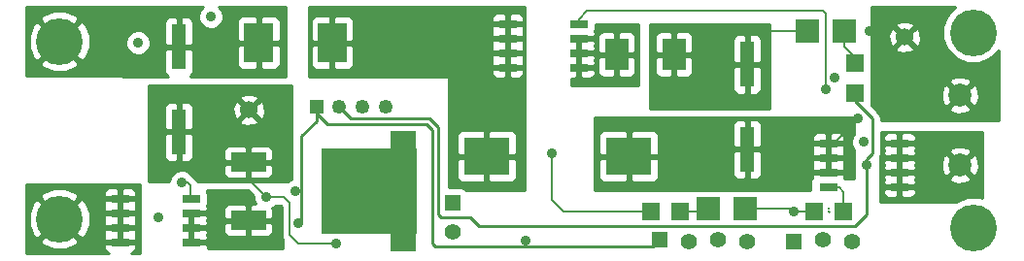
<source format=gtl>
G04 #@! TF.FileFunction,Copper,L1,Top,Signal*
%FSLAX46Y46*%
G04 Gerber Fmt 4.6, Leading zero omitted, Abs format (unit mm)*
G04 Created by KiCad (PCBNEW (after 2015-jan-16 BZR unknown)-product) date Mon 23 Mar 2015 11:15:46 PM CDT*
%MOMM*%
G01*
G04 APERTURE LIST*
%ADD10C,0.150000*%
%ADD11R,1.500000X1.600000*%
%ADD12R,1.600000X1.500000*%
%ADD13C,1.524000*%
%ADD14C,2.000000*%
%ADD15R,2.500000X3.500000*%
%ADD16R,3.048000X1.651000*%
%ADD17R,8.300000X7.500000*%
%ADD18R,2.250000X1.500000*%
%ADD19R,1.600000X0.700000*%
%ADD20R,1.250000X1.250000*%
%ADD21C,1.250000*%
%ADD22R,4.000000X3.300000*%
%ADD23R,1.300000X4.000000*%
%ADD24C,4.064000*%
%ADD25R,1.397000X1.397000*%
%ADD26C,1.397000*%
%ADD27R,2.000000X2.000000*%
%ADD28R,2.000000X2.800000*%
%ADD29C,0.889000*%
%ADD30C,0.152400*%
%ADD31C,0.254000*%
G04 APERTURE END LIST*
D10*
D11*
X224790000Y-164054000D03*
X224790000Y-166654000D03*
D12*
X209580000Y-177038000D03*
X206980000Y-177038000D03*
D13*
X229108000Y-161798000D03*
X171958000Y-168148000D03*
D14*
X233934000Y-172974000D03*
X233934000Y-166878000D03*
D15*
X172822000Y-162306000D03*
X179222000Y-162306000D03*
D16*
X171910000Y-172720000D03*
D17*
X182410000Y-175260000D03*
D16*
X171910000Y-177800000D03*
D18*
X185435000Y-170760000D03*
X185435000Y-179760000D03*
D12*
X223804000Y-177038000D03*
X221204000Y-177038000D03*
D19*
X200712000Y-164465000D03*
X200712000Y-163195000D03*
X200712000Y-161925000D03*
X200712000Y-160655000D03*
X194512000Y-160655000D03*
X194512000Y-161925000D03*
X194512000Y-163195000D03*
X194512000Y-164465000D03*
X166930000Y-179705000D03*
X166930000Y-178435000D03*
X166930000Y-177165000D03*
X166930000Y-175895000D03*
X160730000Y-175895000D03*
X160730000Y-177165000D03*
X160730000Y-178435000D03*
X160730000Y-179705000D03*
X222452000Y-171069000D03*
X222452000Y-172339000D03*
X222452000Y-173609000D03*
X222452000Y-174879000D03*
X228652000Y-174879000D03*
X228652000Y-173609000D03*
X228652000Y-172339000D03*
X228652000Y-171069000D03*
D20*
X177848000Y-167894000D03*
D21*
X179848000Y-167894000D03*
X181848000Y-167894000D03*
X183848000Y-167894000D03*
D22*
X205082000Y-172212000D03*
X192682000Y-172212000D03*
D23*
X165862000Y-170070000D03*
X165862000Y-162670000D03*
X215392000Y-164194000D03*
X215392000Y-171594000D03*
D24*
X155448000Y-177673000D03*
X155448000Y-162179000D03*
X235077000Y-161417000D03*
X235077000Y-178435000D03*
D25*
X189738000Y-176276000D03*
D26*
X189738000Y-178816000D03*
X210312000Y-179638960D03*
X212852000Y-179517040D03*
D25*
X207772000Y-179517040D03*
D26*
X215392000Y-179638960D03*
D25*
X219456000Y-179638960D03*
D26*
X221996000Y-179517040D03*
X224536000Y-179638960D03*
D27*
X223850000Y-161290000D03*
X220650000Y-161290000D03*
X212014000Y-176784000D03*
X215214000Y-176784000D03*
D28*
X204002000Y-163322000D03*
X209002000Y-163322000D03*
D29*
X219456000Y-177038000D03*
X164084000Y-177546000D03*
X225552000Y-170942000D03*
X223012000Y-165354000D03*
X226060000Y-161290000D03*
X168656000Y-160020000D03*
X162306000Y-162306000D03*
X211328000Y-163068000D03*
X211328000Y-164592000D03*
X212852000Y-164592000D03*
X212852000Y-163068000D03*
X212852000Y-161544000D03*
X211328000Y-161544000D03*
X213614000Y-167640000D03*
X213614000Y-166116000D03*
X212090000Y-166116000D03*
X212090000Y-167640000D03*
X210566000Y-167640000D03*
X210566000Y-166116000D03*
X209042000Y-166116000D03*
X209042000Y-167640000D03*
X207518000Y-167640000D03*
X207518000Y-166116000D03*
X173482000Y-175768000D03*
X179578000Y-179832000D03*
X176276000Y-178054000D03*
X176022000Y-175260000D03*
X196088000Y-179578000D03*
X225044000Y-168910000D03*
X225806000Y-172974000D03*
X170688000Y-175768000D03*
X166116000Y-174498000D03*
X203962000Y-165608000D03*
X222250000Y-166370000D03*
X198374000Y-171958000D03*
D30*
X222452000Y-176956000D02*
X222534000Y-177038000D01*
D31*
X222452000Y-177016000D02*
X222474000Y-177038000D01*
D30*
X222452000Y-176702000D02*
X222534000Y-176784000D01*
X215214000Y-176784000D02*
X219202000Y-176784000D01*
X219456000Y-177038000D02*
X221204000Y-177038000D01*
X219202000Y-176784000D02*
X219456000Y-177038000D01*
X172212000Y-172720000D02*
X171910000Y-172720000D01*
X171958000Y-172768000D02*
X171910000Y-172720000D01*
D31*
X209002000Y-163322000D02*
X210820000Y-163322000D01*
X211328000Y-164592000D02*
X212852000Y-164592000D01*
X212852000Y-163068000D02*
X211328000Y-163068000D01*
X211328000Y-162814000D02*
X211328000Y-161544000D01*
X210820000Y-163322000D02*
X211328000Y-162814000D01*
X209002000Y-163322000D02*
X209002000Y-165648000D01*
X212090000Y-166116000D02*
X213614000Y-166116000D01*
X210566000Y-167640000D02*
X212090000Y-167640000D01*
X209042000Y-166116000D02*
X210566000Y-166116000D01*
X207518000Y-167640000D02*
X209042000Y-167640000D01*
X208534000Y-166116000D02*
X207518000Y-166116000D01*
X209002000Y-165648000D02*
X208534000Y-166116000D01*
D30*
X171958000Y-172768000D02*
X171910000Y-172720000D01*
X173482000Y-175768000D02*
X171958000Y-174244000D01*
X171958000Y-174244000D02*
X171958000Y-172768000D01*
X179578000Y-179832000D02*
X176276000Y-179832000D01*
X176276000Y-179832000D02*
X175514000Y-179070000D01*
X175514000Y-179070000D02*
X175514000Y-176276000D01*
X175514000Y-176276000D02*
X175006000Y-175768000D01*
X175006000Y-175768000D02*
X173482000Y-175768000D01*
X220650000Y-161290000D02*
X216662000Y-161290000D01*
D31*
X177848000Y-167894000D02*
X177848000Y-168450000D01*
X177848000Y-167894000D02*
X177848000Y-169116000D01*
X176530000Y-175260000D02*
X176530000Y-178054000D01*
X176530000Y-170434000D02*
X176530000Y-175260000D01*
X177848000Y-169116000D02*
X176530000Y-170434000D01*
X176530000Y-178054000D02*
X176276000Y-178054000D01*
X176530000Y-175260000D02*
X176022000Y-175260000D01*
X207203040Y-180086000D02*
X207772000Y-179517040D01*
X178816000Y-169418000D02*
X177848000Y-168450000D01*
X195580000Y-180086000D02*
X196088000Y-180086000D01*
X188214000Y-180086000D02*
X195580000Y-180086000D01*
X187960000Y-179832000D02*
X188214000Y-180086000D01*
X187960000Y-169926000D02*
X187960000Y-179832000D01*
X187452000Y-169418000D02*
X187960000Y-169926000D01*
X178816000Y-169418000D02*
X187452000Y-169418000D01*
X207203040Y-180086000D02*
X196088000Y-180086000D01*
X196088000Y-180086000D02*
X196088000Y-179578000D01*
D30*
X225044000Y-168910000D02*
X222885000Y-171069000D01*
X222885000Y-171069000D02*
X222452000Y-171069000D01*
D31*
X188468000Y-177292000D02*
X188722000Y-177546000D01*
X188722000Y-177546000D02*
X191262000Y-177546000D01*
X188468000Y-169926000D02*
X188468000Y-169672000D01*
X192024000Y-178308000D02*
X191262000Y-177546000D01*
X188468000Y-176530000D02*
X188468000Y-169926000D01*
X186690000Y-168910000D02*
X180864000Y-168910000D01*
X180864000Y-168910000D02*
X179848000Y-167894000D01*
X201676000Y-178308000D02*
X224790000Y-178308000D01*
X225806000Y-177292000D02*
X224790000Y-178308000D01*
X225806000Y-172974000D02*
X225806000Y-177292000D01*
X201676000Y-178308000D02*
X192024000Y-178308000D01*
X187706000Y-168910000D02*
X186690000Y-168910000D01*
X188468000Y-169672000D02*
X187706000Y-168910000D01*
X188468000Y-176530000D02*
X188468000Y-177292000D01*
X224790000Y-167386000D02*
X224790000Y-166654000D01*
X225806000Y-172466000D02*
X226314000Y-171958000D01*
X226314000Y-171958000D02*
X226314000Y-168910000D01*
X226314000Y-168910000D02*
X224790000Y-167386000D01*
X225806000Y-172974000D02*
X225806000Y-172466000D01*
D30*
X223804000Y-177038000D02*
X223804000Y-175290000D01*
X223393000Y-174879000D02*
X222452000Y-174879000D01*
X223804000Y-175290000D02*
X223393000Y-174879000D01*
X166878000Y-174752000D02*
X166878000Y-175843000D01*
X166624000Y-174498000D02*
X166878000Y-174752000D01*
X166116000Y-174498000D02*
X166624000Y-174498000D01*
X166878000Y-175843000D02*
X166930000Y-175895000D01*
X204002000Y-163322000D02*
X204002000Y-165568000D01*
X204002000Y-165568000D02*
X203962000Y-165608000D01*
X200712000Y-160655000D02*
X200712000Y-160222000D01*
X222250000Y-159766000D02*
X222250000Y-166370000D01*
X221996000Y-159512000D02*
X222250000Y-159766000D01*
X201422000Y-159512000D02*
X221996000Y-159512000D01*
X200712000Y-160222000D02*
X201422000Y-159512000D01*
X211760000Y-177038000D02*
X212014000Y-176784000D01*
X209580000Y-177038000D02*
X211760000Y-177038000D01*
X199390000Y-177038000D02*
X198374000Y-176022000D01*
X198374000Y-176022000D02*
X198374000Y-171958000D01*
X206980000Y-177038000D02*
X199390000Y-177038000D01*
X223850000Y-162636000D02*
X223850000Y-161290000D01*
X224790000Y-163576000D02*
X223850000Y-162636000D01*
X224790000Y-164054000D02*
X224790000Y-163576000D01*
D31*
G36*
X162433000Y-180671000D02*
X161702180Y-180671000D01*
X161889699Y-180593327D01*
X162068327Y-180414698D01*
X162165000Y-180181309D01*
X162165000Y-179990750D01*
X162165000Y-179419250D01*
X162165000Y-179228691D01*
X162099267Y-179070000D01*
X162165000Y-178911309D01*
X162165000Y-178720750D01*
X162165000Y-178149250D01*
X162165000Y-177958691D01*
X162099267Y-177800000D01*
X162165000Y-177641309D01*
X162165000Y-177450750D01*
X162165000Y-176879250D01*
X162165000Y-176688691D01*
X162099267Y-176530000D01*
X162165000Y-176371309D01*
X162165000Y-176180750D01*
X162165000Y-175609250D01*
X162165000Y-175418691D01*
X162068327Y-175185302D01*
X161889699Y-175006673D01*
X161656310Y-174910000D01*
X161403691Y-174910000D01*
X161015750Y-174910000D01*
X160857000Y-175068750D01*
X160857000Y-175768000D01*
X162006250Y-175768000D01*
X162165000Y-175609250D01*
X162165000Y-176180750D01*
X162006250Y-176022000D01*
X160857000Y-176022000D01*
X160857000Y-176338750D01*
X160857000Y-176721250D01*
X160857000Y-177038000D01*
X162006250Y-177038000D01*
X162165000Y-176879250D01*
X162165000Y-177450750D01*
X162006250Y-177292000D01*
X160857000Y-177292000D01*
X160857000Y-177608750D01*
X160857000Y-177991250D01*
X160857000Y-178308000D01*
X162006250Y-178308000D01*
X162165000Y-178149250D01*
X162165000Y-178720750D01*
X162006250Y-178562000D01*
X160857000Y-178562000D01*
X160857000Y-178878750D01*
X160857000Y-179261250D01*
X160857000Y-179578000D01*
X162006250Y-179578000D01*
X162165000Y-179419250D01*
X162165000Y-179990750D01*
X162006250Y-179832000D01*
X160857000Y-179832000D01*
X160857000Y-179852000D01*
X160603000Y-179852000D01*
X160603000Y-179832000D01*
X160603000Y-179578000D01*
X160603000Y-179261250D01*
X160603000Y-178878750D01*
X160603000Y-178562000D01*
X160603000Y-178308000D01*
X160603000Y-177991250D01*
X160603000Y-177608750D01*
X160603000Y-177292000D01*
X160603000Y-177038000D01*
X160603000Y-176721250D01*
X160603000Y-176338750D01*
X160603000Y-176022000D01*
X160603000Y-175768000D01*
X160603000Y-175068750D01*
X160444250Y-174910000D01*
X160056309Y-174910000D01*
X159803690Y-174910000D01*
X159570301Y-175006673D01*
X159391673Y-175185302D01*
X159295000Y-175418691D01*
X159295000Y-175609250D01*
X159453750Y-175768000D01*
X160603000Y-175768000D01*
X160603000Y-176022000D01*
X159453750Y-176022000D01*
X159295000Y-176180750D01*
X159295000Y-176371309D01*
X159360732Y-176530000D01*
X159295000Y-176688691D01*
X159295000Y-176879250D01*
X159453750Y-177038000D01*
X160603000Y-177038000D01*
X160603000Y-177292000D01*
X159453750Y-177292000D01*
X159295000Y-177450750D01*
X159295000Y-177641309D01*
X159360732Y-177800000D01*
X159295000Y-177958691D01*
X159295000Y-178149250D01*
X159453750Y-178308000D01*
X160603000Y-178308000D01*
X160603000Y-178562000D01*
X159453750Y-178562000D01*
X159295000Y-178720750D01*
X159295000Y-178911309D01*
X159360732Y-179070000D01*
X159295000Y-179228691D01*
X159295000Y-179419250D01*
X159453750Y-179578000D01*
X160603000Y-179578000D01*
X160603000Y-179832000D01*
X159453750Y-179832000D01*
X159295000Y-179990750D01*
X159295000Y-180181309D01*
X159391673Y-180414698D01*
X159570301Y-180593327D01*
X159757819Y-180671000D01*
X158118880Y-180671000D01*
X158118880Y-178183612D01*
X158110975Y-177122643D01*
X157720168Y-176179154D01*
X157346121Y-175954484D01*
X157166516Y-176134089D01*
X157166516Y-175774879D01*
X156941846Y-175400832D01*
X155958612Y-175002120D01*
X154897643Y-175010025D01*
X153954154Y-175400832D01*
X153729484Y-175774879D01*
X155448000Y-177493395D01*
X157166516Y-175774879D01*
X157166516Y-176134089D01*
X155627605Y-177673000D01*
X157346121Y-179391516D01*
X157720168Y-179166846D01*
X158118880Y-178183612D01*
X158118880Y-180671000D01*
X157166516Y-180671000D01*
X157166516Y-179571121D01*
X155448000Y-177852605D01*
X155268395Y-178032210D01*
X155268395Y-177673000D01*
X153549879Y-175954484D01*
X153175832Y-176179154D01*
X152777120Y-177162388D01*
X152785025Y-178223357D01*
X153175832Y-179166846D01*
X153549879Y-179391516D01*
X155268395Y-177673000D01*
X155268395Y-178032210D01*
X153729484Y-179571121D01*
X153954154Y-179945168D01*
X154937388Y-180343880D01*
X155998357Y-180335975D01*
X156941846Y-179945168D01*
X157166516Y-179571121D01*
X157166516Y-180671000D01*
X152527000Y-180671000D01*
X152527000Y-174675000D01*
X160782000Y-174675000D01*
X161033364Y-174625000D01*
X162433000Y-174625000D01*
X162433000Y-180671000D01*
X162433000Y-180671000D01*
G37*
X162433000Y-180671000D02*
X161702180Y-180671000D01*
X161889699Y-180593327D01*
X162068327Y-180414698D01*
X162165000Y-180181309D01*
X162165000Y-179990750D01*
X162165000Y-179419250D01*
X162165000Y-179228691D01*
X162099267Y-179070000D01*
X162165000Y-178911309D01*
X162165000Y-178720750D01*
X162165000Y-178149250D01*
X162165000Y-177958691D01*
X162099267Y-177800000D01*
X162165000Y-177641309D01*
X162165000Y-177450750D01*
X162165000Y-176879250D01*
X162165000Y-176688691D01*
X162099267Y-176530000D01*
X162165000Y-176371309D01*
X162165000Y-176180750D01*
X162165000Y-175609250D01*
X162165000Y-175418691D01*
X162068327Y-175185302D01*
X161889699Y-175006673D01*
X161656310Y-174910000D01*
X161403691Y-174910000D01*
X161015750Y-174910000D01*
X160857000Y-175068750D01*
X160857000Y-175768000D01*
X162006250Y-175768000D01*
X162165000Y-175609250D01*
X162165000Y-176180750D01*
X162006250Y-176022000D01*
X160857000Y-176022000D01*
X160857000Y-176338750D01*
X160857000Y-176721250D01*
X160857000Y-177038000D01*
X162006250Y-177038000D01*
X162165000Y-176879250D01*
X162165000Y-177450750D01*
X162006250Y-177292000D01*
X160857000Y-177292000D01*
X160857000Y-177608750D01*
X160857000Y-177991250D01*
X160857000Y-178308000D01*
X162006250Y-178308000D01*
X162165000Y-178149250D01*
X162165000Y-178720750D01*
X162006250Y-178562000D01*
X160857000Y-178562000D01*
X160857000Y-178878750D01*
X160857000Y-179261250D01*
X160857000Y-179578000D01*
X162006250Y-179578000D01*
X162165000Y-179419250D01*
X162165000Y-179990750D01*
X162006250Y-179832000D01*
X160857000Y-179832000D01*
X160857000Y-179852000D01*
X160603000Y-179852000D01*
X160603000Y-179832000D01*
X160603000Y-179578000D01*
X160603000Y-179261250D01*
X160603000Y-178878750D01*
X160603000Y-178562000D01*
X160603000Y-178308000D01*
X160603000Y-177991250D01*
X160603000Y-177608750D01*
X160603000Y-177292000D01*
X160603000Y-177038000D01*
X160603000Y-176721250D01*
X160603000Y-176338750D01*
X160603000Y-176022000D01*
X160603000Y-175768000D01*
X160603000Y-175068750D01*
X160444250Y-174910000D01*
X160056309Y-174910000D01*
X159803690Y-174910000D01*
X159570301Y-175006673D01*
X159391673Y-175185302D01*
X159295000Y-175418691D01*
X159295000Y-175609250D01*
X159453750Y-175768000D01*
X160603000Y-175768000D01*
X160603000Y-176022000D01*
X159453750Y-176022000D01*
X159295000Y-176180750D01*
X159295000Y-176371309D01*
X159360732Y-176530000D01*
X159295000Y-176688691D01*
X159295000Y-176879250D01*
X159453750Y-177038000D01*
X160603000Y-177038000D01*
X160603000Y-177292000D01*
X159453750Y-177292000D01*
X159295000Y-177450750D01*
X159295000Y-177641309D01*
X159360732Y-177800000D01*
X159295000Y-177958691D01*
X159295000Y-178149250D01*
X159453750Y-178308000D01*
X160603000Y-178308000D01*
X160603000Y-178562000D01*
X159453750Y-178562000D01*
X159295000Y-178720750D01*
X159295000Y-178911309D01*
X159360732Y-179070000D01*
X159295000Y-179228691D01*
X159295000Y-179419250D01*
X159453750Y-179578000D01*
X160603000Y-179578000D01*
X160603000Y-179832000D01*
X159453750Y-179832000D01*
X159295000Y-179990750D01*
X159295000Y-180181309D01*
X159391673Y-180414698D01*
X159570301Y-180593327D01*
X159757819Y-180671000D01*
X158118880Y-180671000D01*
X158118880Y-178183612D01*
X158110975Y-177122643D01*
X157720168Y-176179154D01*
X157346121Y-175954484D01*
X157166516Y-176134089D01*
X157166516Y-175774879D01*
X156941846Y-175400832D01*
X155958612Y-175002120D01*
X154897643Y-175010025D01*
X153954154Y-175400832D01*
X153729484Y-175774879D01*
X155448000Y-177493395D01*
X157166516Y-175774879D01*
X157166516Y-176134089D01*
X155627605Y-177673000D01*
X157346121Y-179391516D01*
X157720168Y-179166846D01*
X158118880Y-178183612D01*
X158118880Y-180671000D01*
X157166516Y-180671000D01*
X157166516Y-179571121D01*
X155448000Y-177852605D01*
X155268395Y-178032210D01*
X155268395Y-177673000D01*
X153549879Y-175954484D01*
X153175832Y-176179154D01*
X152777120Y-177162388D01*
X152785025Y-178223357D01*
X153175832Y-179166846D01*
X153549879Y-179391516D01*
X155268395Y-177673000D01*
X155268395Y-178032210D01*
X153729484Y-179571121D01*
X153954154Y-179945168D01*
X154937388Y-180343880D01*
X155998357Y-180335975D01*
X156941846Y-179945168D01*
X157166516Y-179571121D01*
X157166516Y-180671000D01*
X152527000Y-180671000D01*
X152527000Y-174675000D01*
X160782000Y-174675000D01*
X161033364Y-174625000D01*
X162433000Y-174625000D01*
X162433000Y-180671000D01*
G36*
X174879000Y-180213000D02*
X174069000Y-180213000D01*
X174069000Y-178751809D01*
X174069000Y-178085750D01*
X173910250Y-177927000D01*
X172037000Y-177927000D01*
X172037000Y-179101750D01*
X172195750Y-179260500D01*
X173307691Y-179260500D01*
X173560310Y-179260500D01*
X173793699Y-179163827D01*
X173972327Y-178985198D01*
X174069000Y-178751809D01*
X174069000Y-180213000D01*
X171783000Y-180213000D01*
X171783000Y-179101750D01*
X171783000Y-177927000D01*
X171783000Y-177673000D01*
X171783000Y-176498250D01*
X171624250Y-176339500D01*
X170512309Y-176339500D01*
X170259690Y-176339500D01*
X170026301Y-176436173D01*
X169847673Y-176614802D01*
X169751000Y-176848191D01*
X169751000Y-177514250D01*
X169909750Y-177673000D01*
X171783000Y-177673000D01*
X171783000Y-177927000D01*
X169909750Y-177927000D01*
X169751000Y-178085750D01*
X169751000Y-178751809D01*
X169847673Y-178985198D01*
X170026301Y-179163827D01*
X170259690Y-179260500D01*
X170512309Y-179260500D01*
X171624250Y-179260500D01*
X171783000Y-179101750D01*
X171783000Y-180213000D01*
X168351873Y-180213000D01*
X168365000Y-180181309D01*
X168365000Y-179990750D01*
X168365000Y-179419250D01*
X168365000Y-179228691D01*
X168299267Y-179070000D01*
X168365000Y-178911309D01*
X168365000Y-178720750D01*
X168365000Y-178149250D01*
X168365000Y-177958691D01*
X168299267Y-177800000D01*
X168365000Y-177641309D01*
X168365000Y-177450750D01*
X168206250Y-177292000D01*
X167057000Y-177292000D01*
X167057000Y-177608750D01*
X167057000Y-177991250D01*
X167057000Y-178308000D01*
X168206250Y-178308000D01*
X168365000Y-178149250D01*
X168365000Y-178720750D01*
X168206250Y-178562000D01*
X167057000Y-178562000D01*
X167057000Y-178878750D01*
X167057000Y-179261250D01*
X167057000Y-179578000D01*
X168206250Y-179578000D01*
X168365000Y-179419250D01*
X168365000Y-179990750D01*
X168206250Y-179832000D01*
X167057000Y-179832000D01*
X167057000Y-179852000D01*
X166803000Y-179852000D01*
X166803000Y-179832000D01*
X166783000Y-179832000D01*
X166783000Y-179578000D01*
X166803000Y-179578000D01*
X166803000Y-179261250D01*
X166803000Y-178878750D01*
X166803000Y-178562000D01*
X166783000Y-178562000D01*
X166783000Y-178308000D01*
X166803000Y-178308000D01*
X166803000Y-177991250D01*
X166803000Y-177608750D01*
X166803000Y-177292000D01*
X166783000Y-177292000D01*
X166783000Y-177038000D01*
X166803000Y-177038000D01*
X166803000Y-177018000D01*
X167057000Y-177018000D01*
X167057000Y-177038000D01*
X168206250Y-177038000D01*
X168365000Y-176879250D01*
X168365000Y-176688691D01*
X168300880Y-176533893D01*
X168327377Y-176494640D01*
X168377440Y-176245000D01*
X168377440Y-175545000D01*
X168330463Y-175302877D01*
X168275000Y-175218445D01*
X168275000Y-175133000D01*
X171841211Y-175133000D01*
X172402563Y-175694351D01*
X172402313Y-175981784D01*
X172550118Y-176339500D01*
X172195750Y-176339500D01*
X172037000Y-176498250D01*
X172037000Y-177673000D01*
X173910250Y-177673000D01*
X174069000Y-177514250D01*
X174069000Y-176848191D01*
X174014280Y-176716086D01*
X174092689Y-176683689D01*
X174297535Y-176479200D01*
X174711411Y-176479200D01*
X174802800Y-176570588D01*
X174802800Y-179070000D01*
X174856937Y-179342165D01*
X174879000Y-179375184D01*
X174879000Y-180213000D01*
X174879000Y-180213000D01*
G37*
X174879000Y-180213000D02*
X174069000Y-180213000D01*
X174069000Y-178751809D01*
X174069000Y-178085750D01*
X173910250Y-177927000D01*
X172037000Y-177927000D01*
X172037000Y-179101750D01*
X172195750Y-179260500D01*
X173307691Y-179260500D01*
X173560310Y-179260500D01*
X173793699Y-179163827D01*
X173972327Y-178985198D01*
X174069000Y-178751809D01*
X174069000Y-180213000D01*
X171783000Y-180213000D01*
X171783000Y-179101750D01*
X171783000Y-177927000D01*
X171783000Y-177673000D01*
X171783000Y-176498250D01*
X171624250Y-176339500D01*
X170512309Y-176339500D01*
X170259690Y-176339500D01*
X170026301Y-176436173D01*
X169847673Y-176614802D01*
X169751000Y-176848191D01*
X169751000Y-177514250D01*
X169909750Y-177673000D01*
X171783000Y-177673000D01*
X171783000Y-177927000D01*
X169909750Y-177927000D01*
X169751000Y-178085750D01*
X169751000Y-178751809D01*
X169847673Y-178985198D01*
X170026301Y-179163827D01*
X170259690Y-179260500D01*
X170512309Y-179260500D01*
X171624250Y-179260500D01*
X171783000Y-179101750D01*
X171783000Y-180213000D01*
X168351873Y-180213000D01*
X168365000Y-180181309D01*
X168365000Y-179990750D01*
X168365000Y-179419250D01*
X168365000Y-179228691D01*
X168299267Y-179070000D01*
X168365000Y-178911309D01*
X168365000Y-178720750D01*
X168365000Y-178149250D01*
X168365000Y-177958691D01*
X168299267Y-177800000D01*
X168365000Y-177641309D01*
X168365000Y-177450750D01*
X168206250Y-177292000D01*
X167057000Y-177292000D01*
X167057000Y-177608750D01*
X167057000Y-177991250D01*
X167057000Y-178308000D01*
X168206250Y-178308000D01*
X168365000Y-178149250D01*
X168365000Y-178720750D01*
X168206250Y-178562000D01*
X167057000Y-178562000D01*
X167057000Y-178878750D01*
X167057000Y-179261250D01*
X167057000Y-179578000D01*
X168206250Y-179578000D01*
X168365000Y-179419250D01*
X168365000Y-179990750D01*
X168206250Y-179832000D01*
X167057000Y-179832000D01*
X167057000Y-179852000D01*
X166803000Y-179852000D01*
X166803000Y-179832000D01*
X166783000Y-179832000D01*
X166783000Y-179578000D01*
X166803000Y-179578000D01*
X166803000Y-179261250D01*
X166803000Y-178878750D01*
X166803000Y-178562000D01*
X166783000Y-178562000D01*
X166783000Y-178308000D01*
X166803000Y-178308000D01*
X166803000Y-177991250D01*
X166803000Y-177608750D01*
X166803000Y-177292000D01*
X166783000Y-177292000D01*
X166783000Y-177038000D01*
X166803000Y-177038000D01*
X166803000Y-177018000D01*
X167057000Y-177018000D01*
X167057000Y-177038000D01*
X168206250Y-177038000D01*
X168365000Y-176879250D01*
X168365000Y-176688691D01*
X168300880Y-176533893D01*
X168327377Y-176494640D01*
X168377440Y-176245000D01*
X168377440Y-175545000D01*
X168330463Y-175302877D01*
X168275000Y-175218445D01*
X168275000Y-175133000D01*
X171841211Y-175133000D01*
X172402563Y-175694351D01*
X172402313Y-175981784D01*
X172550118Y-176339500D01*
X172195750Y-176339500D01*
X172037000Y-176498250D01*
X172037000Y-177673000D01*
X173910250Y-177673000D01*
X174069000Y-177514250D01*
X174069000Y-176848191D01*
X174014280Y-176716086D01*
X174092689Y-176683689D01*
X174297535Y-176479200D01*
X174711411Y-176479200D01*
X174802800Y-176570588D01*
X174802800Y-179070000D01*
X174856937Y-179342165D01*
X174879000Y-179375184D01*
X174879000Y-180213000D01*
G36*
X175133000Y-165227000D02*
X174707000Y-165227000D01*
X174707000Y-164182309D01*
X174707000Y-162591750D01*
X174707000Y-162020250D01*
X174707000Y-160429691D01*
X174610327Y-160196302D01*
X174431699Y-160017673D01*
X174198310Y-159921000D01*
X173945691Y-159921000D01*
X173107750Y-159921000D01*
X172949000Y-160079750D01*
X172949000Y-162179000D01*
X174548250Y-162179000D01*
X174707000Y-162020250D01*
X174707000Y-162591750D01*
X174548250Y-162433000D01*
X172949000Y-162433000D01*
X172949000Y-164532250D01*
X173107750Y-164691000D01*
X173945691Y-164691000D01*
X174198310Y-164691000D01*
X174431699Y-164594327D01*
X174610327Y-164415698D01*
X174707000Y-164182309D01*
X174707000Y-165227000D01*
X172695000Y-165227000D01*
X172695000Y-164532250D01*
X172695000Y-162433000D01*
X172695000Y-162179000D01*
X172695000Y-160079750D01*
X172536250Y-159921000D01*
X171698309Y-159921000D01*
X171445690Y-159921000D01*
X171212301Y-160017673D01*
X171033673Y-160196302D01*
X170937000Y-160429691D01*
X170937000Y-162020250D01*
X171095750Y-162179000D01*
X172695000Y-162179000D01*
X172695000Y-162433000D01*
X171095750Y-162433000D01*
X170937000Y-162591750D01*
X170937000Y-164182309D01*
X171033673Y-164415698D01*
X171212301Y-164594327D01*
X171445690Y-164691000D01*
X171698309Y-164691000D01*
X172536250Y-164691000D01*
X172695000Y-164532250D01*
X172695000Y-165227000D01*
X166826617Y-165227000D01*
X166871698Y-165208327D01*
X167050327Y-165029699D01*
X167147000Y-164796310D01*
X167147000Y-164543691D01*
X167147000Y-162955750D01*
X167147000Y-162384250D01*
X167147000Y-160796309D01*
X167147000Y-160543690D01*
X167050327Y-160310301D01*
X166871698Y-160131673D01*
X166638309Y-160035000D01*
X166147750Y-160035000D01*
X165989000Y-160193750D01*
X165989000Y-162543000D01*
X166988250Y-162543000D01*
X167147000Y-162384250D01*
X167147000Y-162955750D01*
X166988250Y-162797000D01*
X165989000Y-162797000D01*
X165989000Y-162817000D01*
X165735000Y-162817000D01*
X165735000Y-162797000D01*
X165735000Y-162543000D01*
X165735000Y-160193750D01*
X165576250Y-160035000D01*
X165085691Y-160035000D01*
X164852302Y-160131673D01*
X164673673Y-160310301D01*
X164577000Y-160543690D01*
X164577000Y-160796309D01*
X164577000Y-162384250D01*
X164735750Y-162543000D01*
X165735000Y-162543000D01*
X165735000Y-162797000D01*
X164735750Y-162797000D01*
X164577000Y-162955750D01*
X164577000Y-164543691D01*
X164577000Y-164796310D01*
X164673673Y-165029699D01*
X164852302Y-165208327D01*
X164897382Y-165227000D01*
X163385687Y-165227000D01*
X163385687Y-162092216D01*
X163221689Y-161695311D01*
X162918286Y-161391378D01*
X162521668Y-161226687D01*
X162092216Y-161226313D01*
X161695311Y-161390311D01*
X161391378Y-161693714D01*
X161226687Y-162090332D01*
X161226313Y-162519784D01*
X161390311Y-162916689D01*
X161693714Y-163220622D01*
X162090332Y-163385313D01*
X162519784Y-163385687D01*
X162916689Y-163221689D01*
X163220622Y-162918286D01*
X163385313Y-162521668D01*
X163385687Y-162092216D01*
X163385687Y-165227000D01*
X161033364Y-165227000D01*
X160782000Y-165177000D01*
X158118880Y-165177000D01*
X158118880Y-162689612D01*
X158110975Y-161628643D01*
X157720168Y-160685154D01*
X157346121Y-160460484D01*
X157166516Y-160640089D01*
X157166516Y-160280879D01*
X156941846Y-159906832D01*
X155958612Y-159508120D01*
X154897643Y-159516025D01*
X153954154Y-159906832D01*
X153729484Y-160280879D01*
X155448000Y-161999395D01*
X157166516Y-160280879D01*
X157166516Y-160640089D01*
X155627605Y-162179000D01*
X157346121Y-163897516D01*
X157720168Y-163672846D01*
X158118880Y-162689612D01*
X158118880Y-165177000D01*
X157166516Y-165177000D01*
X157166516Y-164077121D01*
X155448000Y-162358605D01*
X155268395Y-162538210D01*
X155268395Y-162179000D01*
X153549879Y-160460484D01*
X153175832Y-160685154D01*
X152777120Y-161668388D01*
X152785025Y-162729357D01*
X153175832Y-163672846D01*
X153549879Y-163897516D01*
X155268395Y-162179000D01*
X155268395Y-162538210D01*
X153729484Y-164077121D01*
X153954154Y-164451168D01*
X154937388Y-164849880D01*
X155998357Y-164841975D01*
X156941846Y-164451168D01*
X157166516Y-164077121D01*
X157166516Y-165177000D01*
X152527000Y-165177000D01*
X152527000Y-159181000D01*
X167968488Y-159181000D01*
X167741378Y-159407714D01*
X167576687Y-159804332D01*
X167576313Y-160233784D01*
X167740311Y-160630689D01*
X168043714Y-160934622D01*
X168440332Y-161099313D01*
X168869784Y-161099687D01*
X169266689Y-160935689D01*
X169570622Y-160632286D01*
X169735313Y-160235668D01*
X169735687Y-159806216D01*
X169571689Y-159409311D01*
X169343776Y-159181000D01*
X175133000Y-159181000D01*
X175133000Y-165227000D01*
X175133000Y-165227000D01*
G37*
X175133000Y-165227000D02*
X174707000Y-165227000D01*
X174707000Y-164182309D01*
X174707000Y-162591750D01*
X174707000Y-162020250D01*
X174707000Y-160429691D01*
X174610327Y-160196302D01*
X174431699Y-160017673D01*
X174198310Y-159921000D01*
X173945691Y-159921000D01*
X173107750Y-159921000D01*
X172949000Y-160079750D01*
X172949000Y-162179000D01*
X174548250Y-162179000D01*
X174707000Y-162020250D01*
X174707000Y-162591750D01*
X174548250Y-162433000D01*
X172949000Y-162433000D01*
X172949000Y-164532250D01*
X173107750Y-164691000D01*
X173945691Y-164691000D01*
X174198310Y-164691000D01*
X174431699Y-164594327D01*
X174610327Y-164415698D01*
X174707000Y-164182309D01*
X174707000Y-165227000D01*
X172695000Y-165227000D01*
X172695000Y-164532250D01*
X172695000Y-162433000D01*
X172695000Y-162179000D01*
X172695000Y-160079750D01*
X172536250Y-159921000D01*
X171698309Y-159921000D01*
X171445690Y-159921000D01*
X171212301Y-160017673D01*
X171033673Y-160196302D01*
X170937000Y-160429691D01*
X170937000Y-162020250D01*
X171095750Y-162179000D01*
X172695000Y-162179000D01*
X172695000Y-162433000D01*
X171095750Y-162433000D01*
X170937000Y-162591750D01*
X170937000Y-164182309D01*
X171033673Y-164415698D01*
X171212301Y-164594327D01*
X171445690Y-164691000D01*
X171698309Y-164691000D01*
X172536250Y-164691000D01*
X172695000Y-164532250D01*
X172695000Y-165227000D01*
X166826617Y-165227000D01*
X166871698Y-165208327D01*
X167050327Y-165029699D01*
X167147000Y-164796310D01*
X167147000Y-164543691D01*
X167147000Y-162955750D01*
X167147000Y-162384250D01*
X167147000Y-160796309D01*
X167147000Y-160543690D01*
X167050327Y-160310301D01*
X166871698Y-160131673D01*
X166638309Y-160035000D01*
X166147750Y-160035000D01*
X165989000Y-160193750D01*
X165989000Y-162543000D01*
X166988250Y-162543000D01*
X167147000Y-162384250D01*
X167147000Y-162955750D01*
X166988250Y-162797000D01*
X165989000Y-162797000D01*
X165989000Y-162817000D01*
X165735000Y-162817000D01*
X165735000Y-162797000D01*
X165735000Y-162543000D01*
X165735000Y-160193750D01*
X165576250Y-160035000D01*
X165085691Y-160035000D01*
X164852302Y-160131673D01*
X164673673Y-160310301D01*
X164577000Y-160543690D01*
X164577000Y-160796309D01*
X164577000Y-162384250D01*
X164735750Y-162543000D01*
X165735000Y-162543000D01*
X165735000Y-162797000D01*
X164735750Y-162797000D01*
X164577000Y-162955750D01*
X164577000Y-164543691D01*
X164577000Y-164796310D01*
X164673673Y-165029699D01*
X164852302Y-165208327D01*
X164897382Y-165227000D01*
X163385687Y-165227000D01*
X163385687Y-162092216D01*
X163221689Y-161695311D01*
X162918286Y-161391378D01*
X162521668Y-161226687D01*
X162092216Y-161226313D01*
X161695311Y-161390311D01*
X161391378Y-161693714D01*
X161226687Y-162090332D01*
X161226313Y-162519784D01*
X161390311Y-162916689D01*
X161693714Y-163220622D01*
X162090332Y-163385313D01*
X162519784Y-163385687D01*
X162916689Y-163221689D01*
X163220622Y-162918286D01*
X163385313Y-162521668D01*
X163385687Y-162092216D01*
X163385687Y-165227000D01*
X161033364Y-165227000D01*
X160782000Y-165177000D01*
X158118880Y-165177000D01*
X158118880Y-162689612D01*
X158110975Y-161628643D01*
X157720168Y-160685154D01*
X157346121Y-160460484D01*
X157166516Y-160640089D01*
X157166516Y-160280879D01*
X156941846Y-159906832D01*
X155958612Y-159508120D01*
X154897643Y-159516025D01*
X153954154Y-159906832D01*
X153729484Y-160280879D01*
X155448000Y-161999395D01*
X157166516Y-160280879D01*
X157166516Y-160640089D01*
X155627605Y-162179000D01*
X157346121Y-163897516D01*
X157720168Y-163672846D01*
X158118880Y-162689612D01*
X158118880Y-165177000D01*
X157166516Y-165177000D01*
X157166516Y-164077121D01*
X155448000Y-162358605D01*
X155268395Y-162538210D01*
X155268395Y-162179000D01*
X153549879Y-160460484D01*
X153175832Y-160685154D01*
X152777120Y-161668388D01*
X152785025Y-162729357D01*
X153175832Y-163672846D01*
X153549879Y-163897516D01*
X155268395Y-162179000D01*
X155268395Y-162538210D01*
X153729484Y-164077121D01*
X153954154Y-164451168D01*
X154937388Y-164849880D01*
X155998357Y-164841975D01*
X156941846Y-164451168D01*
X157166516Y-164077121D01*
X157166516Y-165177000D01*
X152527000Y-165177000D01*
X152527000Y-159181000D01*
X167968488Y-159181000D01*
X167741378Y-159407714D01*
X167576687Y-159804332D01*
X167576313Y-160233784D01*
X167740311Y-160630689D01*
X168043714Y-160934622D01*
X168440332Y-161099313D01*
X168869784Y-161099687D01*
X169266689Y-160935689D01*
X169570622Y-160632286D01*
X169735313Y-160235668D01*
X169735687Y-159806216D01*
X169571689Y-159409311D01*
X169343776Y-159181000D01*
X175133000Y-159181000D01*
X175133000Y-165227000D01*
G36*
X175641000Y-174249405D02*
X175411311Y-174344311D01*
X175384575Y-174371000D01*
X174069000Y-174371000D01*
X174069000Y-173671809D01*
X174069000Y-173005750D01*
X174069000Y-172434250D01*
X174069000Y-171768191D01*
X173972327Y-171534802D01*
X173793699Y-171356173D01*
X173560310Y-171259500D01*
X173367144Y-171259500D01*
X173367144Y-168355698D01*
X173339362Y-167800632D01*
X173180397Y-167416857D01*
X172938213Y-167347392D01*
X172758608Y-167526997D01*
X172758608Y-167167787D01*
X172689143Y-166925603D01*
X172165698Y-166738856D01*
X171610632Y-166766638D01*
X171226857Y-166925603D01*
X171157392Y-167167787D01*
X171958000Y-167968395D01*
X172758608Y-167167787D01*
X172758608Y-167526997D01*
X172137605Y-168148000D01*
X172938213Y-168948608D01*
X173180397Y-168879143D01*
X173367144Y-168355698D01*
X173367144Y-171259500D01*
X173307691Y-171259500D01*
X172758608Y-171259500D01*
X172758608Y-169128213D01*
X171958000Y-168327605D01*
X171778395Y-168507210D01*
X171778395Y-168148000D01*
X170977787Y-167347392D01*
X170735603Y-167416857D01*
X170548856Y-167940302D01*
X170576638Y-168495368D01*
X170735603Y-168879143D01*
X170977787Y-168948608D01*
X171778395Y-168148000D01*
X171778395Y-168507210D01*
X171157392Y-169128213D01*
X171226857Y-169370397D01*
X171750302Y-169557144D01*
X172305368Y-169529362D01*
X172689143Y-169370397D01*
X172758608Y-169128213D01*
X172758608Y-171259500D01*
X172195750Y-171259500D01*
X172037000Y-171418250D01*
X172037000Y-172593000D01*
X173910250Y-172593000D01*
X174069000Y-172434250D01*
X174069000Y-173005750D01*
X173910250Y-172847000D01*
X172037000Y-172847000D01*
X172037000Y-174021750D01*
X172195750Y-174180500D01*
X173307691Y-174180500D01*
X173560310Y-174180500D01*
X173793699Y-174083827D01*
X173972327Y-173905198D01*
X174069000Y-173671809D01*
X174069000Y-174371000D01*
X171783000Y-174371000D01*
X171783000Y-174021750D01*
X171783000Y-172847000D01*
X171783000Y-172593000D01*
X171783000Y-171418250D01*
X171624250Y-171259500D01*
X170512309Y-171259500D01*
X170259690Y-171259500D01*
X170026301Y-171356173D01*
X169847673Y-171534802D01*
X169751000Y-171768191D01*
X169751000Y-172434250D01*
X169909750Y-172593000D01*
X171783000Y-172593000D01*
X171783000Y-172847000D01*
X169909750Y-172847000D01*
X169751000Y-173005750D01*
X169751000Y-173671809D01*
X169847673Y-173905198D01*
X170026301Y-174083827D01*
X170259690Y-174180500D01*
X170512309Y-174180500D01*
X171624250Y-174180500D01*
X171783000Y-174021750D01*
X171783000Y-174371000D01*
X167462341Y-174371000D01*
X167380894Y-174249106D01*
X167380894Y-174249105D01*
X167147000Y-174015211D01*
X167147000Y-172196310D01*
X167147000Y-171943691D01*
X167147000Y-170355750D01*
X167147000Y-169784250D01*
X167147000Y-168196309D01*
X167147000Y-167943690D01*
X167050327Y-167710301D01*
X166871698Y-167531673D01*
X166638309Y-167435000D01*
X166147750Y-167435000D01*
X165989000Y-167593750D01*
X165989000Y-169943000D01*
X166988250Y-169943000D01*
X167147000Y-169784250D01*
X167147000Y-170355750D01*
X166988250Y-170197000D01*
X165989000Y-170197000D01*
X165989000Y-172546250D01*
X166147750Y-172705000D01*
X166638309Y-172705000D01*
X166871698Y-172608327D01*
X167050327Y-172429699D01*
X167147000Y-172196310D01*
X167147000Y-174015211D01*
X167126894Y-173995106D01*
X167056906Y-173948341D01*
X167031689Y-173887311D01*
X166728286Y-173583378D01*
X166331668Y-173418687D01*
X165902216Y-173418313D01*
X165735000Y-173487405D01*
X165735000Y-172546250D01*
X165735000Y-170197000D01*
X165735000Y-169943000D01*
X165735000Y-167593750D01*
X165576250Y-167435000D01*
X165085691Y-167435000D01*
X164852302Y-167531673D01*
X164673673Y-167710301D01*
X164577000Y-167943690D01*
X164577000Y-168196309D01*
X164577000Y-169784250D01*
X164735750Y-169943000D01*
X165735000Y-169943000D01*
X165735000Y-170197000D01*
X164735750Y-170197000D01*
X164577000Y-170355750D01*
X164577000Y-171943691D01*
X164577000Y-172196310D01*
X164673673Y-172429699D01*
X164852302Y-172608327D01*
X165085691Y-172705000D01*
X165576250Y-172705000D01*
X165735000Y-172546250D01*
X165735000Y-173487405D01*
X165505311Y-173582311D01*
X165201378Y-173885714D01*
X165036687Y-174282332D01*
X165036609Y-174371000D01*
X163195000Y-174371000D01*
X163195000Y-165989000D01*
X175641000Y-165989000D01*
X175641000Y-174249405D01*
X175641000Y-174249405D01*
G37*
X175641000Y-174249405D02*
X175411311Y-174344311D01*
X175384575Y-174371000D01*
X174069000Y-174371000D01*
X174069000Y-173671809D01*
X174069000Y-173005750D01*
X174069000Y-172434250D01*
X174069000Y-171768191D01*
X173972327Y-171534802D01*
X173793699Y-171356173D01*
X173560310Y-171259500D01*
X173367144Y-171259500D01*
X173367144Y-168355698D01*
X173339362Y-167800632D01*
X173180397Y-167416857D01*
X172938213Y-167347392D01*
X172758608Y-167526997D01*
X172758608Y-167167787D01*
X172689143Y-166925603D01*
X172165698Y-166738856D01*
X171610632Y-166766638D01*
X171226857Y-166925603D01*
X171157392Y-167167787D01*
X171958000Y-167968395D01*
X172758608Y-167167787D01*
X172758608Y-167526997D01*
X172137605Y-168148000D01*
X172938213Y-168948608D01*
X173180397Y-168879143D01*
X173367144Y-168355698D01*
X173367144Y-171259500D01*
X173307691Y-171259500D01*
X172758608Y-171259500D01*
X172758608Y-169128213D01*
X171958000Y-168327605D01*
X171778395Y-168507210D01*
X171778395Y-168148000D01*
X170977787Y-167347392D01*
X170735603Y-167416857D01*
X170548856Y-167940302D01*
X170576638Y-168495368D01*
X170735603Y-168879143D01*
X170977787Y-168948608D01*
X171778395Y-168148000D01*
X171778395Y-168507210D01*
X171157392Y-169128213D01*
X171226857Y-169370397D01*
X171750302Y-169557144D01*
X172305368Y-169529362D01*
X172689143Y-169370397D01*
X172758608Y-169128213D01*
X172758608Y-171259500D01*
X172195750Y-171259500D01*
X172037000Y-171418250D01*
X172037000Y-172593000D01*
X173910250Y-172593000D01*
X174069000Y-172434250D01*
X174069000Y-173005750D01*
X173910250Y-172847000D01*
X172037000Y-172847000D01*
X172037000Y-174021750D01*
X172195750Y-174180500D01*
X173307691Y-174180500D01*
X173560310Y-174180500D01*
X173793699Y-174083827D01*
X173972327Y-173905198D01*
X174069000Y-173671809D01*
X174069000Y-174371000D01*
X171783000Y-174371000D01*
X171783000Y-174021750D01*
X171783000Y-172847000D01*
X171783000Y-172593000D01*
X171783000Y-171418250D01*
X171624250Y-171259500D01*
X170512309Y-171259500D01*
X170259690Y-171259500D01*
X170026301Y-171356173D01*
X169847673Y-171534802D01*
X169751000Y-171768191D01*
X169751000Y-172434250D01*
X169909750Y-172593000D01*
X171783000Y-172593000D01*
X171783000Y-172847000D01*
X169909750Y-172847000D01*
X169751000Y-173005750D01*
X169751000Y-173671809D01*
X169847673Y-173905198D01*
X170026301Y-174083827D01*
X170259690Y-174180500D01*
X170512309Y-174180500D01*
X171624250Y-174180500D01*
X171783000Y-174021750D01*
X171783000Y-174371000D01*
X167462341Y-174371000D01*
X167380894Y-174249106D01*
X167380894Y-174249105D01*
X167147000Y-174015211D01*
X167147000Y-172196310D01*
X167147000Y-171943691D01*
X167147000Y-170355750D01*
X167147000Y-169784250D01*
X167147000Y-168196309D01*
X167147000Y-167943690D01*
X167050327Y-167710301D01*
X166871698Y-167531673D01*
X166638309Y-167435000D01*
X166147750Y-167435000D01*
X165989000Y-167593750D01*
X165989000Y-169943000D01*
X166988250Y-169943000D01*
X167147000Y-169784250D01*
X167147000Y-170355750D01*
X166988250Y-170197000D01*
X165989000Y-170197000D01*
X165989000Y-172546250D01*
X166147750Y-172705000D01*
X166638309Y-172705000D01*
X166871698Y-172608327D01*
X167050327Y-172429699D01*
X167147000Y-172196310D01*
X167147000Y-174015211D01*
X167126894Y-173995106D01*
X167056906Y-173948341D01*
X167031689Y-173887311D01*
X166728286Y-173583378D01*
X166331668Y-173418687D01*
X165902216Y-173418313D01*
X165735000Y-173487405D01*
X165735000Y-172546250D01*
X165735000Y-170197000D01*
X165735000Y-169943000D01*
X165735000Y-167593750D01*
X165576250Y-167435000D01*
X165085691Y-167435000D01*
X164852302Y-167531673D01*
X164673673Y-167710301D01*
X164577000Y-167943690D01*
X164577000Y-168196309D01*
X164577000Y-169784250D01*
X164735750Y-169943000D01*
X165735000Y-169943000D01*
X165735000Y-170197000D01*
X164735750Y-170197000D01*
X164577000Y-170355750D01*
X164577000Y-171943691D01*
X164577000Y-172196310D01*
X164673673Y-172429699D01*
X164852302Y-172608327D01*
X165085691Y-172705000D01*
X165576250Y-172705000D01*
X165735000Y-172546250D01*
X165735000Y-173487405D01*
X165505311Y-173582311D01*
X165201378Y-173885714D01*
X165036687Y-174282332D01*
X165036609Y-174371000D01*
X163195000Y-174371000D01*
X163195000Y-165989000D01*
X175641000Y-165989000D01*
X175641000Y-174249405D01*
G36*
X195961000Y-175133000D02*
X195947000Y-175133000D01*
X195947000Y-164941309D01*
X195947000Y-164750750D01*
X195947000Y-164179250D01*
X195947000Y-163988691D01*
X195881267Y-163830000D01*
X195947000Y-163671309D01*
X195947000Y-163480750D01*
X195947000Y-162909250D01*
X195947000Y-162718691D01*
X195881267Y-162560000D01*
X195947000Y-162401309D01*
X195947000Y-162210750D01*
X195947000Y-161639250D01*
X195947000Y-161448691D01*
X195881267Y-161290000D01*
X195947000Y-161131309D01*
X195947000Y-160940750D01*
X195947000Y-160369250D01*
X195947000Y-160178691D01*
X195850327Y-159945302D01*
X195671699Y-159766673D01*
X195438310Y-159670000D01*
X195185691Y-159670000D01*
X194797750Y-159670000D01*
X194639000Y-159828750D01*
X194639000Y-160528000D01*
X195788250Y-160528000D01*
X195947000Y-160369250D01*
X195947000Y-160940750D01*
X195788250Y-160782000D01*
X194639000Y-160782000D01*
X194639000Y-161098750D01*
X194639000Y-161481250D01*
X194639000Y-161798000D01*
X195788250Y-161798000D01*
X195947000Y-161639250D01*
X195947000Y-162210750D01*
X195788250Y-162052000D01*
X194639000Y-162052000D01*
X194639000Y-162368750D01*
X194639000Y-162751250D01*
X194639000Y-163068000D01*
X195788250Y-163068000D01*
X195947000Y-162909250D01*
X195947000Y-163480750D01*
X195788250Y-163322000D01*
X194639000Y-163322000D01*
X194639000Y-163638750D01*
X194639000Y-164021250D01*
X194639000Y-164338000D01*
X195788250Y-164338000D01*
X195947000Y-164179250D01*
X195947000Y-164750750D01*
X195788250Y-164592000D01*
X194639000Y-164592000D01*
X194639000Y-165291250D01*
X194797750Y-165450000D01*
X195185691Y-165450000D01*
X195438310Y-165450000D01*
X195671699Y-165353327D01*
X195850327Y-165174698D01*
X195947000Y-164941309D01*
X195947000Y-175133000D01*
X195317000Y-175133000D01*
X195317000Y-173988309D01*
X195317000Y-172497750D01*
X195317000Y-171926250D01*
X195317000Y-170435691D01*
X195220327Y-170202302D01*
X195041699Y-170023673D01*
X194808310Y-169927000D01*
X194555691Y-169927000D01*
X194385000Y-169927000D01*
X194385000Y-165291250D01*
X194385000Y-164592000D01*
X194385000Y-164338000D01*
X194385000Y-164021250D01*
X194385000Y-163638750D01*
X194385000Y-163322000D01*
X194385000Y-163068000D01*
X194385000Y-162751250D01*
X194385000Y-162368750D01*
X194385000Y-162052000D01*
X194385000Y-161798000D01*
X194385000Y-161481250D01*
X194385000Y-161098750D01*
X194385000Y-160782000D01*
X194385000Y-160528000D01*
X194385000Y-159828750D01*
X194226250Y-159670000D01*
X193838309Y-159670000D01*
X193585690Y-159670000D01*
X193352301Y-159766673D01*
X193173673Y-159945302D01*
X193077000Y-160178691D01*
X193077000Y-160369250D01*
X193235750Y-160528000D01*
X194385000Y-160528000D01*
X194385000Y-160782000D01*
X193235750Y-160782000D01*
X193077000Y-160940750D01*
X193077000Y-161131309D01*
X193142732Y-161290000D01*
X193077000Y-161448691D01*
X193077000Y-161639250D01*
X193235750Y-161798000D01*
X194385000Y-161798000D01*
X194385000Y-162052000D01*
X193235750Y-162052000D01*
X193077000Y-162210750D01*
X193077000Y-162401309D01*
X193142732Y-162560000D01*
X193077000Y-162718691D01*
X193077000Y-162909250D01*
X193235750Y-163068000D01*
X194385000Y-163068000D01*
X194385000Y-163322000D01*
X193235750Y-163322000D01*
X193077000Y-163480750D01*
X193077000Y-163671309D01*
X193142732Y-163830000D01*
X193077000Y-163988691D01*
X193077000Y-164179250D01*
X193235750Y-164338000D01*
X194385000Y-164338000D01*
X194385000Y-164592000D01*
X193235750Y-164592000D01*
X193077000Y-164750750D01*
X193077000Y-164941309D01*
X193173673Y-165174698D01*
X193352301Y-165353327D01*
X193585690Y-165450000D01*
X193838309Y-165450000D01*
X194226250Y-165450000D01*
X194385000Y-165291250D01*
X194385000Y-169927000D01*
X192967750Y-169927000D01*
X192809000Y-170085750D01*
X192809000Y-172085000D01*
X195158250Y-172085000D01*
X195317000Y-171926250D01*
X195317000Y-172497750D01*
X195158250Y-172339000D01*
X192809000Y-172339000D01*
X192809000Y-174338250D01*
X192967750Y-174497000D01*
X194555691Y-174497000D01*
X194808310Y-174497000D01*
X195041699Y-174400327D01*
X195220327Y-174221698D01*
X195317000Y-173988309D01*
X195317000Y-175133000D01*
X192555000Y-175133000D01*
X192555000Y-174338250D01*
X192555000Y-172339000D01*
X192555000Y-172085000D01*
X192555000Y-170085750D01*
X192396250Y-169927000D01*
X190808309Y-169927000D01*
X190555690Y-169927000D01*
X190322301Y-170023673D01*
X190143673Y-170202302D01*
X190047000Y-170435691D01*
X190047000Y-171926250D01*
X190205750Y-172085000D01*
X192555000Y-172085000D01*
X192555000Y-172339000D01*
X190205750Y-172339000D01*
X190047000Y-172497750D01*
X190047000Y-173988309D01*
X190143673Y-174221698D01*
X190322301Y-174400327D01*
X190555690Y-174497000D01*
X190808309Y-174497000D01*
X192396250Y-174497000D01*
X192555000Y-174338250D01*
X192555000Y-175133000D01*
X190904022Y-175133000D01*
X190897173Y-175122573D01*
X190686140Y-174980123D01*
X190436500Y-174930060D01*
X189357000Y-174930060D01*
X189357000Y-165227000D01*
X181107000Y-165227000D01*
X181107000Y-164182309D01*
X181107000Y-162591750D01*
X181107000Y-162020250D01*
X181107000Y-160429691D01*
X181010327Y-160196302D01*
X180831699Y-160017673D01*
X180598310Y-159921000D01*
X180345691Y-159921000D01*
X179507750Y-159921000D01*
X179349000Y-160079750D01*
X179349000Y-162179000D01*
X180948250Y-162179000D01*
X181107000Y-162020250D01*
X181107000Y-162591750D01*
X180948250Y-162433000D01*
X179349000Y-162433000D01*
X179349000Y-164532250D01*
X179507750Y-164691000D01*
X180345691Y-164691000D01*
X180598310Y-164691000D01*
X180831699Y-164594327D01*
X181010327Y-164415698D01*
X181107000Y-164182309D01*
X181107000Y-165227000D01*
X179095000Y-165227000D01*
X179095000Y-164532250D01*
X179095000Y-162433000D01*
X179095000Y-162179000D01*
X179095000Y-160079750D01*
X178936250Y-159921000D01*
X178098309Y-159921000D01*
X177845690Y-159921000D01*
X177612301Y-160017673D01*
X177433673Y-160196302D01*
X177337000Y-160429691D01*
X177337000Y-162020250D01*
X177495750Y-162179000D01*
X179095000Y-162179000D01*
X179095000Y-162433000D01*
X177495750Y-162433000D01*
X177337000Y-162591750D01*
X177337000Y-164182309D01*
X177433673Y-164415698D01*
X177612301Y-164594327D01*
X177845690Y-164691000D01*
X178098309Y-164691000D01*
X178936250Y-164691000D01*
X179095000Y-164532250D01*
X179095000Y-165227000D01*
X177165000Y-165227000D01*
X177165000Y-159181000D01*
X191008000Y-159181000D01*
X195961000Y-159181000D01*
X195961000Y-175133000D01*
X195961000Y-175133000D01*
G37*
X195961000Y-175133000D02*
X195947000Y-175133000D01*
X195947000Y-164941309D01*
X195947000Y-164750750D01*
X195947000Y-164179250D01*
X195947000Y-163988691D01*
X195881267Y-163830000D01*
X195947000Y-163671309D01*
X195947000Y-163480750D01*
X195947000Y-162909250D01*
X195947000Y-162718691D01*
X195881267Y-162560000D01*
X195947000Y-162401309D01*
X195947000Y-162210750D01*
X195947000Y-161639250D01*
X195947000Y-161448691D01*
X195881267Y-161290000D01*
X195947000Y-161131309D01*
X195947000Y-160940750D01*
X195947000Y-160369250D01*
X195947000Y-160178691D01*
X195850327Y-159945302D01*
X195671699Y-159766673D01*
X195438310Y-159670000D01*
X195185691Y-159670000D01*
X194797750Y-159670000D01*
X194639000Y-159828750D01*
X194639000Y-160528000D01*
X195788250Y-160528000D01*
X195947000Y-160369250D01*
X195947000Y-160940750D01*
X195788250Y-160782000D01*
X194639000Y-160782000D01*
X194639000Y-161098750D01*
X194639000Y-161481250D01*
X194639000Y-161798000D01*
X195788250Y-161798000D01*
X195947000Y-161639250D01*
X195947000Y-162210750D01*
X195788250Y-162052000D01*
X194639000Y-162052000D01*
X194639000Y-162368750D01*
X194639000Y-162751250D01*
X194639000Y-163068000D01*
X195788250Y-163068000D01*
X195947000Y-162909250D01*
X195947000Y-163480750D01*
X195788250Y-163322000D01*
X194639000Y-163322000D01*
X194639000Y-163638750D01*
X194639000Y-164021250D01*
X194639000Y-164338000D01*
X195788250Y-164338000D01*
X195947000Y-164179250D01*
X195947000Y-164750750D01*
X195788250Y-164592000D01*
X194639000Y-164592000D01*
X194639000Y-165291250D01*
X194797750Y-165450000D01*
X195185691Y-165450000D01*
X195438310Y-165450000D01*
X195671699Y-165353327D01*
X195850327Y-165174698D01*
X195947000Y-164941309D01*
X195947000Y-175133000D01*
X195317000Y-175133000D01*
X195317000Y-173988309D01*
X195317000Y-172497750D01*
X195317000Y-171926250D01*
X195317000Y-170435691D01*
X195220327Y-170202302D01*
X195041699Y-170023673D01*
X194808310Y-169927000D01*
X194555691Y-169927000D01*
X194385000Y-169927000D01*
X194385000Y-165291250D01*
X194385000Y-164592000D01*
X194385000Y-164338000D01*
X194385000Y-164021250D01*
X194385000Y-163638750D01*
X194385000Y-163322000D01*
X194385000Y-163068000D01*
X194385000Y-162751250D01*
X194385000Y-162368750D01*
X194385000Y-162052000D01*
X194385000Y-161798000D01*
X194385000Y-161481250D01*
X194385000Y-161098750D01*
X194385000Y-160782000D01*
X194385000Y-160528000D01*
X194385000Y-159828750D01*
X194226250Y-159670000D01*
X193838309Y-159670000D01*
X193585690Y-159670000D01*
X193352301Y-159766673D01*
X193173673Y-159945302D01*
X193077000Y-160178691D01*
X193077000Y-160369250D01*
X193235750Y-160528000D01*
X194385000Y-160528000D01*
X194385000Y-160782000D01*
X193235750Y-160782000D01*
X193077000Y-160940750D01*
X193077000Y-161131309D01*
X193142732Y-161290000D01*
X193077000Y-161448691D01*
X193077000Y-161639250D01*
X193235750Y-161798000D01*
X194385000Y-161798000D01*
X194385000Y-162052000D01*
X193235750Y-162052000D01*
X193077000Y-162210750D01*
X193077000Y-162401309D01*
X193142732Y-162560000D01*
X193077000Y-162718691D01*
X193077000Y-162909250D01*
X193235750Y-163068000D01*
X194385000Y-163068000D01*
X194385000Y-163322000D01*
X193235750Y-163322000D01*
X193077000Y-163480750D01*
X193077000Y-163671309D01*
X193142732Y-163830000D01*
X193077000Y-163988691D01*
X193077000Y-164179250D01*
X193235750Y-164338000D01*
X194385000Y-164338000D01*
X194385000Y-164592000D01*
X193235750Y-164592000D01*
X193077000Y-164750750D01*
X193077000Y-164941309D01*
X193173673Y-165174698D01*
X193352301Y-165353327D01*
X193585690Y-165450000D01*
X193838309Y-165450000D01*
X194226250Y-165450000D01*
X194385000Y-165291250D01*
X194385000Y-169927000D01*
X192967750Y-169927000D01*
X192809000Y-170085750D01*
X192809000Y-172085000D01*
X195158250Y-172085000D01*
X195317000Y-171926250D01*
X195317000Y-172497750D01*
X195158250Y-172339000D01*
X192809000Y-172339000D01*
X192809000Y-174338250D01*
X192967750Y-174497000D01*
X194555691Y-174497000D01*
X194808310Y-174497000D01*
X195041699Y-174400327D01*
X195220327Y-174221698D01*
X195317000Y-173988309D01*
X195317000Y-175133000D01*
X192555000Y-175133000D01*
X192555000Y-174338250D01*
X192555000Y-172339000D01*
X192555000Y-172085000D01*
X192555000Y-170085750D01*
X192396250Y-169927000D01*
X190808309Y-169927000D01*
X190555690Y-169927000D01*
X190322301Y-170023673D01*
X190143673Y-170202302D01*
X190047000Y-170435691D01*
X190047000Y-171926250D01*
X190205750Y-172085000D01*
X192555000Y-172085000D01*
X192555000Y-172339000D01*
X190205750Y-172339000D01*
X190047000Y-172497750D01*
X190047000Y-173988309D01*
X190143673Y-174221698D01*
X190322301Y-174400327D01*
X190555690Y-174497000D01*
X190808309Y-174497000D01*
X192396250Y-174497000D01*
X192555000Y-174338250D01*
X192555000Y-175133000D01*
X190904022Y-175133000D01*
X190897173Y-175122573D01*
X190686140Y-174980123D01*
X190436500Y-174930060D01*
X189357000Y-174930060D01*
X189357000Y-165227000D01*
X181107000Y-165227000D01*
X181107000Y-164182309D01*
X181107000Y-162591750D01*
X181107000Y-162020250D01*
X181107000Y-160429691D01*
X181010327Y-160196302D01*
X180831699Y-160017673D01*
X180598310Y-159921000D01*
X180345691Y-159921000D01*
X179507750Y-159921000D01*
X179349000Y-160079750D01*
X179349000Y-162179000D01*
X180948250Y-162179000D01*
X181107000Y-162020250D01*
X181107000Y-162591750D01*
X180948250Y-162433000D01*
X179349000Y-162433000D01*
X179349000Y-164532250D01*
X179507750Y-164691000D01*
X180345691Y-164691000D01*
X180598310Y-164691000D01*
X180831699Y-164594327D01*
X181010327Y-164415698D01*
X181107000Y-164182309D01*
X181107000Y-165227000D01*
X179095000Y-165227000D01*
X179095000Y-164532250D01*
X179095000Y-162433000D01*
X179095000Y-162179000D01*
X179095000Y-160079750D01*
X178936250Y-159921000D01*
X178098309Y-159921000D01*
X177845690Y-159921000D01*
X177612301Y-160017673D01*
X177433673Y-160196302D01*
X177337000Y-160429691D01*
X177337000Y-162020250D01*
X177495750Y-162179000D01*
X179095000Y-162179000D01*
X179095000Y-162433000D01*
X177495750Y-162433000D01*
X177337000Y-162591750D01*
X177337000Y-164182309D01*
X177433673Y-164415698D01*
X177612301Y-164594327D01*
X177845690Y-164691000D01*
X178098309Y-164691000D01*
X178936250Y-164691000D01*
X179095000Y-164532250D01*
X179095000Y-165227000D01*
X177165000Y-165227000D01*
X177165000Y-159181000D01*
X191008000Y-159181000D01*
X195961000Y-159181000D01*
X195961000Y-175133000D01*
G36*
X205867000Y-165989000D02*
X205637000Y-165989000D01*
X205637000Y-164848309D01*
X205637000Y-163607750D01*
X205637000Y-163036250D01*
X205637000Y-161795691D01*
X205540327Y-161562302D01*
X205361699Y-161383673D01*
X205128310Y-161287000D01*
X204875691Y-161287000D01*
X204287750Y-161287000D01*
X204129000Y-161445750D01*
X204129000Y-163195000D01*
X205478250Y-163195000D01*
X205637000Y-163036250D01*
X205637000Y-163607750D01*
X205478250Y-163449000D01*
X204129000Y-163449000D01*
X204129000Y-165198250D01*
X204287750Y-165357000D01*
X204875691Y-165357000D01*
X205128310Y-165357000D01*
X205361699Y-165260327D01*
X205540327Y-165081698D01*
X205637000Y-164848309D01*
X205637000Y-165989000D01*
X203875000Y-165989000D01*
X203875000Y-165198250D01*
X203875000Y-163449000D01*
X203875000Y-163195000D01*
X203875000Y-161445750D01*
X203716250Y-161287000D01*
X203128309Y-161287000D01*
X202875690Y-161287000D01*
X202642301Y-161383673D01*
X202463673Y-161562302D01*
X202367000Y-161795691D01*
X202367000Y-163036250D01*
X202525750Y-163195000D01*
X203875000Y-163195000D01*
X203875000Y-163449000D01*
X202525750Y-163449000D01*
X202367000Y-163607750D01*
X202367000Y-164848309D01*
X202463673Y-165081698D01*
X202642301Y-165260327D01*
X202875690Y-165357000D01*
X203128309Y-165357000D01*
X203716250Y-165357000D01*
X203875000Y-165198250D01*
X203875000Y-165989000D01*
X202147000Y-165989000D01*
X202147000Y-164941309D01*
X202147000Y-164750750D01*
X202147000Y-164179250D01*
X202147000Y-163988691D01*
X202081267Y-163830000D01*
X202147000Y-163671309D01*
X202147000Y-163480750D01*
X202147000Y-162909250D01*
X202147000Y-162718691D01*
X202081267Y-162560000D01*
X202147000Y-162401309D01*
X202147000Y-162210750D01*
X201988250Y-162052000D01*
X200839000Y-162052000D01*
X200839000Y-162368750D01*
X200839000Y-162751250D01*
X200839000Y-163068000D01*
X201988250Y-163068000D01*
X202147000Y-162909250D01*
X202147000Y-163480750D01*
X201988250Y-163322000D01*
X200839000Y-163322000D01*
X200839000Y-163638750D01*
X200839000Y-164021250D01*
X200839000Y-164338000D01*
X201988250Y-164338000D01*
X202147000Y-164179250D01*
X202147000Y-164750750D01*
X201988250Y-164592000D01*
X200839000Y-164592000D01*
X200839000Y-165291250D01*
X200997750Y-165450000D01*
X201385691Y-165450000D01*
X201638310Y-165450000D01*
X201871699Y-165353327D01*
X202050327Y-165174698D01*
X202147000Y-164941309D01*
X202147000Y-165989000D01*
X200025000Y-165989000D01*
X200025000Y-165450000D01*
X200038309Y-165450000D01*
X200426250Y-165450000D01*
X200585000Y-165291250D01*
X200585000Y-164592000D01*
X200565000Y-164592000D01*
X200565000Y-164338000D01*
X200585000Y-164338000D01*
X200585000Y-164021250D01*
X200585000Y-163638750D01*
X200585000Y-163322000D01*
X200565000Y-163322000D01*
X200565000Y-163068000D01*
X200585000Y-163068000D01*
X200585000Y-162751250D01*
X200585000Y-162368750D01*
X200585000Y-162052000D01*
X200565000Y-162052000D01*
X200565000Y-161798000D01*
X200585000Y-161798000D01*
X200585000Y-161778000D01*
X200839000Y-161778000D01*
X200839000Y-161798000D01*
X201988250Y-161798000D01*
X202147000Y-161639250D01*
X202147000Y-161448691D01*
X202082880Y-161293893D01*
X202109377Y-161254640D01*
X202159440Y-161005000D01*
X202159440Y-160655000D01*
X205867000Y-160655000D01*
X205867000Y-165989000D01*
X205867000Y-165989000D01*
G37*
X205867000Y-165989000D02*
X205637000Y-165989000D01*
X205637000Y-164848309D01*
X205637000Y-163607750D01*
X205637000Y-163036250D01*
X205637000Y-161795691D01*
X205540327Y-161562302D01*
X205361699Y-161383673D01*
X205128310Y-161287000D01*
X204875691Y-161287000D01*
X204287750Y-161287000D01*
X204129000Y-161445750D01*
X204129000Y-163195000D01*
X205478250Y-163195000D01*
X205637000Y-163036250D01*
X205637000Y-163607750D01*
X205478250Y-163449000D01*
X204129000Y-163449000D01*
X204129000Y-165198250D01*
X204287750Y-165357000D01*
X204875691Y-165357000D01*
X205128310Y-165357000D01*
X205361699Y-165260327D01*
X205540327Y-165081698D01*
X205637000Y-164848309D01*
X205637000Y-165989000D01*
X203875000Y-165989000D01*
X203875000Y-165198250D01*
X203875000Y-163449000D01*
X203875000Y-163195000D01*
X203875000Y-161445750D01*
X203716250Y-161287000D01*
X203128309Y-161287000D01*
X202875690Y-161287000D01*
X202642301Y-161383673D01*
X202463673Y-161562302D01*
X202367000Y-161795691D01*
X202367000Y-163036250D01*
X202525750Y-163195000D01*
X203875000Y-163195000D01*
X203875000Y-163449000D01*
X202525750Y-163449000D01*
X202367000Y-163607750D01*
X202367000Y-164848309D01*
X202463673Y-165081698D01*
X202642301Y-165260327D01*
X202875690Y-165357000D01*
X203128309Y-165357000D01*
X203716250Y-165357000D01*
X203875000Y-165198250D01*
X203875000Y-165989000D01*
X202147000Y-165989000D01*
X202147000Y-164941309D01*
X202147000Y-164750750D01*
X202147000Y-164179250D01*
X202147000Y-163988691D01*
X202081267Y-163830000D01*
X202147000Y-163671309D01*
X202147000Y-163480750D01*
X202147000Y-162909250D01*
X202147000Y-162718691D01*
X202081267Y-162560000D01*
X202147000Y-162401309D01*
X202147000Y-162210750D01*
X201988250Y-162052000D01*
X200839000Y-162052000D01*
X200839000Y-162368750D01*
X200839000Y-162751250D01*
X200839000Y-163068000D01*
X201988250Y-163068000D01*
X202147000Y-162909250D01*
X202147000Y-163480750D01*
X201988250Y-163322000D01*
X200839000Y-163322000D01*
X200839000Y-163638750D01*
X200839000Y-164021250D01*
X200839000Y-164338000D01*
X201988250Y-164338000D01*
X202147000Y-164179250D01*
X202147000Y-164750750D01*
X201988250Y-164592000D01*
X200839000Y-164592000D01*
X200839000Y-165291250D01*
X200997750Y-165450000D01*
X201385691Y-165450000D01*
X201638310Y-165450000D01*
X201871699Y-165353327D01*
X202050327Y-165174698D01*
X202147000Y-164941309D01*
X202147000Y-165989000D01*
X200025000Y-165989000D01*
X200025000Y-165450000D01*
X200038309Y-165450000D01*
X200426250Y-165450000D01*
X200585000Y-165291250D01*
X200585000Y-164592000D01*
X200565000Y-164592000D01*
X200565000Y-164338000D01*
X200585000Y-164338000D01*
X200585000Y-164021250D01*
X200585000Y-163638750D01*
X200585000Y-163322000D01*
X200565000Y-163322000D01*
X200565000Y-163068000D01*
X200585000Y-163068000D01*
X200585000Y-162751250D01*
X200585000Y-162368750D01*
X200585000Y-162052000D01*
X200565000Y-162052000D01*
X200565000Y-161798000D01*
X200585000Y-161798000D01*
X200585000Y-161778000D01*
X200839000Y-161778000D01*
X200839000Y-161798000D01*
X201988250Y-161798000D01*
X202147000Y-161639250D01*
X202147000Y-161448691D01*
X202082880Y-161293893D01*
X202109377Y-161254640D01*
X202159440Y-161005000D01*
X202159440Y-160655000D01*
X205867000Y-160655000D01*
X205867000Y-165989000D01*
G36*
X224663000Y-174117000D02*
X223873873Y-174117000D01*
X223887000Y-174085309D01*
X223887000Y-173894750D01*
X223887000Y-173323250D01*
X223887000Y-173132691D01*
X223821267Y-172974000D01*
X223887000Y-172815309D01*
X223887000Y-172624750D01*
X223887000Y-172053250D01*
X223887000Y-171862691D01*
X223821267Y-171704000D01*
X223887000Y-171545309D01*
X223887000Y-171354750D01*
X223887000Y-170783250D01*
X223887000Y-170592691D01*
X223790327Y-170359302D01*
X223611699Y-170180673D01*
X223378310Y-170084000D01*
X223125691Y-170084000D01*
X222737750Y-170084000D01*
X222579000Y-170242750D01*
X222579000Y-170942000D01*
X223728250Y-170942000D01*
X223887000Y-170783250D01*
X223887000Y-171354750D01*
X223728250Y-171196000D01*
X222579000Y-171196000D01*
X222579000Y-171512750D01*
X222579000Y-171895250D01*
X222579000Y-172212000D01*
X223728250Y-172212000D01*
X223887000Y-172053250D01*
X223887000Y-172624750D01*
X223728250Y-172466000D01*
X222579000Y-172466000D01*
X222579000Y-172782750D01*
X222579000Y-173165250D01*
X222579000Y-173482000D01*
X223728250Y-173482000D01*
X223887000Y-173323250D01*
X223887000Y-173894750D01*
X223728250Y-173736000D01*
X222579000Y-173736000D01*
X222579000Y-173756000D01*
X222325000Y-173756000D01*
X222325000Y-173736000D01*
X222325000Y-173482000D01*
X222325000Y-173165250D01*
X222325000Y-172782750D01*
X222325000Y-172466000D01*
X222325000Y-172212000D01*
X222325000Y-171895250D01*
X222325000Y-171512750D01*
X222325000Y-171196000D01*
X222325000Y-170942000D01*
X222325000Y-170242750D01*
X222166250Y-170084000D01*
X221778309Y-170084000D01*
X221525690Y-170084000D01*
X221292301Y-170180673D01*
X221113673Y-170359302D01*
X221017000Y-170592691D01*
X221017000Y-170783250D01*
X221175750Y-170942000D01*
X222325000Y-170942000D01*
X222325000Y-171196000D01*
X221175750Y-171196000D01*
X221017000Y-171354750D01*
X221017000Y-171545309D01*
X221082732Y-171704000D01*
X221017000Y-171862691D01*
X221017000Y-172053250D01*
X221175750Y-172212000D01*
X222325000Y-172212000D01*
X222325000Y-172466000D01*
X221175750Y-172466000D01*
X221017000Y-172624750D01*
X221017000Y-172815309D01*
X221082732Y-172974000D01*
X221017000Y-173132691D01*
X221017000Y-173323250D01*
X221175750Y-173482000D01*
X222325000Y-173482000D01*
X222325000Y-173736000D01*
X221175750Y-173736000D01*
X221017000Y-173894750D01*
X221017000Y-174085309D01*
X221030126Y-174117000D01*
X220853000Y-174117000D01*
X220853000Y-175133000D01*
X216677000Y-175133000D01*
X216677000Y-173720310D01*
X216677000Y-173467691D01*
X216677000Y-171879750D01*
X216677000Y-171308250D01*
X216677000Y-169720309D01*
X216677000Y-169467690D01*
X216580327Y-169234301D01*
X216401698Y-169055673D01*
X216168309Y-168959000D01*
X215677750Y-168959000D01*
X215519000Y-169117750D01*
X215519000Y-171467000D01*
X216518250Y-171467000D01*
X216677000Y-171308250D01*
X216677000Y-171879750D01*
X216518250Y-171721000D01*
X215519000Y-171721000D01*
X215519000Y-174070250D01*
X215677750Y-174229000D01*
X216168309Y-174229000D01*
X216401698Y-174132327D01*
X216580327Y-173953699D01*
X216677000Y-173720310D01*
X216677000Y-175133000D01*
X215265000Y-175133000D01*
X215265000Y-174070250D01*
X215265000Y-171721000D01*
X215265000Y-171467000D01*
X215265000Y-169117750D01*
X215106250Y-168959000D01*
X214615691Y-168959000D01*
X214382302Y-169055673D01*
X214203673Y-169234301D01*
X214107000Y-169467690D01*
X214107000Y-169720309D01*
X214107000Y-171308250D01*
X214265750Y-171467000D01*
X215265000Y-171467000D01*
X215265000Y-171721000D01*
X214265750Y-171721000D01*
X214107000Y-171879750D01*
X214107000Y-173467691D01*
X214107000Y-173720310D01*
X214203673Y-173953699D01*
X214382302Y-174132327D01*
X214615691Y-174229000D01*
X215106250Y-174229000D01*
X215265000Y-174070250D01*
X215265000Y-175133000D01*
X207717000Y-175133000D01*
X207717000Y-173988309D01*
X207717000Y-172497750D01*
X207717000Y-171926250D01*
X207717000Y-170435691D01*
X207620327Y-170202302D01*
X207441699Y-170023673D01*
X207208310Y-169927000D01*
X206955691Y-169927000D01*
X205367750Y-169927000D01*
X205209000Y-170085750D01*
X205209000Y-172085000D01*
X207558250Y-172085000D01*
X207717000Y-171926250D01*
X207717000Y-172497750D01*
X207558250Y-172339000D01*
X205209000Y-172339000D01*
X205209000Y-174338250D01*
X205367750Y-174497000D01*
X206955691Y-174497000D01*
X207208310Y-174497000D01*
X207441699Y-174400327D01*
X207620327Y-174221698D01*
X207717000Y-173988309D01*
X207717000Y-175133000D01*
X204955000Y-175133000D01*
X204955000Y-174338250D01*
X204955000Y-172339000D01*
X204955000Y-172085000D01*
X204955000Y-170085750D01*
X204796250Y-169927000D01*
X203208309Y-169927000D01*
X202955690Y-169927000D01*
X202722301Y-170023673D01*
X202543673Y-170202302D01*
X202447000Y-170435691D01*
X202447000Y-171926250D01*
X202605750Y-172085000D01*
X204955000Y-172085000D01*
X204955000Y-172339000D01*
X202605750Y-172339000D01*
X202447000Y-172497750D01*
X202447000Y-173988309D01*
X202543673Y-174221698D01*
X202722301Y-174400327D01*
X202955690Y-174497000D01*
X203208309Y-174497000D01*
X204796250Y-174497000D01*
X204955000Y-174338250D01*
X204955000Y-175133000D01*
X202057000Y-175133000D01*
X202057000Y-168783000D01*
X224663000Y-168783000D01*
X224663000Y-170304136D01*
X224637378Y-170329714D01*
X224472687Y-170726332D01*
X224472313Y-171155784D01*
X224636311Y-171552689D01*
X224663000Y-171579424D01*
X224663000Y-174117000D01*
X224663000Y-174117000D01*
G37*
X224663000Y-174117000D02*
X223873873Y-174117000D01*
X223887000Y-174085309D01*
X223887000Y-173894750D01*
X223887000Y-173323250D01*
X223887000Y-173132691D01*
X223821267Y-172974000D01*
X223887000Y-172815309D01*
X223887000Y-172624750D01*
X223887000Y-172053250D01*
X223887000Y-171862691D01*
X223821267Y-171704000D01*
X223887000Y-171545309D01*
X223887000Y-171354750D01*
X223887000Y-170783250D01*
X223887000Y-170592691D01*
X223790327Y-170359302D01*
X223611699Y-170180673D01*
X223378310Y-170084000D01*
X223125691Y-170084000D01*
X222737750Y-170084000D01*
X222579000Y-170242750D01*
X222579000Y-170942000D01*
X223728250Y-170942000D01*
X223887000Y-170783250D01*
X223887000Y-171354750D01*
X223728250Y-171196000D01*
X222579000Y-171196000D01*
X222579000Y-171512750D01*
X222579000Y-171895250D01*
X222579000Y-172212000D01*
X223728250Y-172212000D01*
X223887000Y-172053250D01*
X223887000Y-172624750D01*
X223728250Y-172466000D01*
X222579000Y-172466000D01*
X222579000Y-172782750D01*
X222579000Y-173165250D01*
X222579000Y-173482000D01*
X223728250Y-173482000D01*
X223887000Y-173323250D01*
X223887000Y-173894750D01*
X223728250Y-173736000D01*
X222579000Y-173736000D01*
X222579000Y-173756000D01*
X222325000Y-173756000D01*
X222325000Y-173736000D01*
X222325000Y-173482000D01*
X222325000Y-173165250D01*
X222325000Y-172782750D01*
X222325000Y-172466000D01*
X222325000Y-172212000D01*
X222325000Y-171895250D01*
X222325000Y-171512750D01*
X222325000Y-171196000D01*
X222325000Y-170942000D01*
X222325000Y-170242750D01*
X222166250Y-170084000D01*
X221778309Y-170084000D01*
X221525690Y-170084000D01*
X221292301Y-170180673D01*
X221113673Y-170359302D01*
X221017000Y-170592691D01*
X221017000Y-170783250D01*
X221175750Y-170942000D01*
X222325000Y-170942000D01*
X222325000Y-171196000D01*
X221175750Y-171196000D01*
X221017000Y-171354750D01*
X221017000Y-171545309D01*
X221082732Y-171704000D01*
X221017000Y-171862691D01*
X221017000Y-172053250D01*
X221175750Y-172212000D01*
X222325000Y-172212000D01*
X222325000Y-172466000D01*
X221175750Y-172466000D01*
X221017000Y-172624750D01*
X221017000Y-172815309D01*
X221082732Y-172974000D01*
X221017000Y-173132691D01*
X221017000Y-173323250D01*
X221175750Y-173482000D01*
X222325000Y-173482000D01*
X222325000Y-173736000D01*
X221175750Y-173736000D01*
X221017000Y-173894750D01*
X221017000Y-174085309D01*
X221030126Y-174117000D01*
X220853000Y-174117000D01*
X220853000Y-175133000D01*
X216677000Y-175133000D01*
X216677000Y-173720310D01*
X216677000Y-173467691D01*
X216677000Y-171879750D01*
X216677000Y-171308250D01*
X216677000Y-169720309D01*
X216677000Y-169467690D01*
X216580327Y-169234301D01*
X216401698Y-169055673D01*
X216168309Y-168959000D01*
X215677750Y-168959000D01*
X215519000Y-169117750D01*
X215519000Y-171467000D01*
X216518250Y-171467000D01*
X216677000Y-171308250D01*
X216677000Y-171879750D01*
X216518250Y-171721000D01*
X215519000Y-171721000D01*
X215519000Y-174070250D01*
X215677750Y-174229000D01*
X216168309Y-174229000D01*
X216401698Y-174132327D01*
X216580327Y-173953699D01*
X216677000Y-173720310D01*
X216677000Y-175133000D01*
X215265000Y-175133000D01*
X215265000Y-174070250D01*
X215265000Y-171721000D01*
X215265000Y-171467000D01*
X215265000Y-169117750D01*
X215106250Y-168959000D01*
X214615691Y-168959000D01*
X214382302Y-169055673D01*
X214203673Y-169234301D01*
X214107000Y-169467690D01*
X214107000Y-169720309D01*
X214107000Y-171308250D01*
X214265750Y-171467000D01*
X215265000Y-171467000D01*
X215265000Y-171721000D01*
X214265750Y-171721000D01*
X214107000Y-171879750D01*
X214107000Y-173467691D01*
X214107000Y-173720310D01*
X214203673Y-173953699D01*
X214382302Y-174132327D01*
X214615691Y-174229000D01*
X215106250Y-174229000D01*
X215265000Y-174070250D01*
X215265000Y-175133000D01*
X207717000Y-175133000D01*
X207717000Y-173988309D01*
X207717000Y-172497750D01*
X207717000Y-171926250D01*
X207717000Y-170435691D01*
X207620327Y-170202302D01*
X207441699Y-170023673D01*
X207208310Y-169927000D01*
X206955691Y-169927000D01*
X205367750Y-169927000D01*
X205209000Y-170085750D01*
X205209000Y-172085000D01*
X207558250Y-172085000D01*
X207717000Y-171926250D01*
X207717000Y-172497750D01*
X207558250Y-172339000D01*
X205209000Y-172339000D01*
X205209000Y-174338250D01*
X205367750Y-174497000D01*
X206955691Y-174497000D01*
X207208310Y-174497000D01*
X207441699Y-174400327D01*
X207620327Y-174221698D01*
X207717000Y-173988309D01*
X207717000Y-175133000D01*
X204955000Y-175133000D01*
X204955000Y-174338250D01*
X204955000Y-172339000D01*
X204955000Y-172085000D01*
X204955000Y-170085750D01*
X204796250Y-169927000D01*
X203208309Y-169927000D01*
X202955690Y-169927000D01*
X202722301Y-170023673D01*
X202543673Y-170202302D01*
X202447000Y-170435691D01*
X202447000Y-171926250D01*
X202605750Y-172085000D01*
X204955000Y-172085000D01*
X204955000Y-172339000D01*
X202605750Y-172339000D01*
X202447000Y-172497750D01*
X202447000Y-173988309D01*
X202543673Y-174221698D01*
X202722301Y-174400327D01*
X202955690Y-174497000D01*
X203208309Y-174497000D01*
X204796250Y-174497000D01*
X204955000Y-174338250D01*
X204955000Y-175133000D01*
X202057000Y-175133000D01*
X202057000Y-168783000D01*
X224663000Y-168783000D01*
X224663000Y-170304136D01*
X224637378Y-170329714D01*
X224472687Y-170726332D01*
X224472313Y-171155784D01*
X224636311Y-171552689D01*
X224663000Y-171579424D01*
X224663000Y-174117000D01*
G36*
X217297000Y-168021000D02*
X216677000Y-168021000D01*
X216677000Y-166320310D01*
X216677000Y-166067691D01*
X216677000Y-164479750D01*
X216677000Y-163908250D01*
X216677000Y-162320309D01*
X216677000Y-162067690D01*
X216580327Y-161834301D01*
X216401698Y-161655673D01*
X216168309Y-161559000D01*
X215677750Y-161559000D01*
X215519000Y-161717750D01*
X215519000Y-164067000D01*
X216518250Y-164067000D01*
X216677000Y-163908250D01*
X216677000Y-164479750D01*
X216518250Y-164321000D01*
X215519000Y-164321000D01*
X215519000Y-166670250D01*
X215677750Y-166829000D01*
X216168309Y-166829000D01*
X216401698Y-166732327D01*
X216580327Y-166553699D01*
X216677000Y-166320310D01*
X216677000Y-168021000D01*
X215265000Y-168021000D01*
X215265000Y-166670250D01*
X215265000Y-164321000D01*
X215265000Y-164067000D01*
X215265000Y-161717750D01*
X215106250Y-161559000D01*
X214615691Y-161559000D01*
X214382302Y-161655673D01*
X214203673Y-161834301D01*
X214107000Y-162067690D01*
X214107000Y-162320309D01*
X214107000Y-163908250D01*
X214265750Y-164067000D01*
X215265000Y-164067000D01*
X215265000Y-164321000D01*
X214265750Y-164321000D01*
X214107000Y-164479750D01*
X214107000Y-166067691D01*
X214107000Y-166320310D01*
X214203673Y-166553699D01*
X214382302Y-166732327D01*
X214615691Y-166829000D01*
X215106250Y-166829000D01*
X215265000Y-166670250D01*
X215265000Y-168021000D01*
X210637000Y-168021000D01*
X210637000Y-164848309D01*
X210637000Y-163607750D01*
X210637000Y-163036250D01*
X210637000Y-161795691D01*
X210540327Y-161562302D01*
X210361699Y-161383673D01*
X210128310Y-161287000D01*
X209875691Y-161287000D01*
X209287750Y-161287000D01*
X209129000Y-161445750D01*
X209129000Y-163195000D01*
X210478250Y-163195000D01*
X210637000Y-163036250D01*
X210637000Y-163607750D01*
X210478250Y-163449000D01*
X209129000Y-163449000D01*
X209129000Y-165198250D01*
X209287750Y-165357000D01*
X209875691Y-165357000D01*
X210128310Y-165357000D01*
X210361699Y-165260327D01*
X210540327Y-165081698D01*
X210637000Y-164848309D01*
X210637000Y-168021000D01*
X208875000Y-168021000D01*
X208875000Y-165198250D01*
X208875000Y-163449000D01*
X208875000Y-163195000D01*
X208875000Y-161445750D01*
X208716250Y-161287000D01*
X208128309Y-161287000D01*
X207875690Y-161287000D01*
X207642301Y-161383673D01*
X207463673Y-161562302D01*
X207367000Y-161795691D01*
X207367000Y-163036250D01*
X207525750Y-163195000D01*
X208875000Y-163195000D01*
X208875000Y-163449000D01*
X207525750Y-163449000D01*
X207367000Y-163607750D01*
X207367000Y-164848309D01*
X207463673Y-165081698D01*
X207642301Y-165260327D01*
X207875690Y-165357000D01*
X208128309Y-165357000D01*
X208716250Y-165357000D01*
X208875000Y-165198250D01*
X208875000Y-168021000D01*
X206883000Y-168021000D01*
X206883000Y-160655000D01*
X217297000Y-160655000D01*
X217297000Y-168021000D01*
X217297000Y-168021000D01*
G37*
X217297000Y-168021000D02*
X216677000Y-168021000D01*
X216677000Y-166320310D01*
X216677000Y-166067691D01*
X216677000Y-164479750D01*
X216677000Y-163908250D01*
X216677000Y-162320309D01*
X216677000Y-162067690D01*
X216580327Y-161834301D01*
X216401698Y-161655673D01*
X216168309Y-161559000D01*
X215677750Y-161559000D01*
X215519000Y-161717750D01*
X215519000Y-164067000D01*
X216518250Y-164067000D01*
X216677000Y-163908250D01*
X216677000Y-164479750D01*
X216518250Y-164321000D01*
X215519000Y-164321000D01*
X215519000Y-166670250D01*
X215677750Y-166829000D01*
X216168309Y-166829000D01*
X216401698Y-166732327D01*
X216580327Y-166553699D01*
X216677000Y-166320310D01*
X216677000Y-168021000D01*
X215265000Y-168021000D01*
X215265000Y-166670250D01*
X215265000Y-164321000D01*
X215265000Y-164067000D01*
X215265000Y-161717750D01*
X215106250Y-161559000D01*
X214615691Y-161559000D01*
X214382302Y-161655673D01*
X214203673Y-161834301D01*
X214107000Y-162067690D01*
X214107000Y-162320309D01*
X214107000Y-163908250D01*
X214265750Y-164067000D01*
X215265000Y-164067000D01*
X215265000Y-164321000D01*
X214265750Y-164321000D01*
X214107000Y-164479750D01*
X214107000Y-166067691D01*
X214107000Y-166320310D01*
X214203673Y-166553699D01*
X214382302Y-166732327D01*
X214615691Y-166829000D01*
X215106250Y-166829000D01*
X215265000Y-166670250D01*
X215265000Y-168021000D01*
X210637000Y-168021000D01*
X210637000Y-164848309D01*
X210637000Y-163607750D01*
X210637000Y-163036250D01*
X210637000Y-161795691D01*
X210540327Y-161562302D01*
X210361699Y-161383673D01*
X210128310Y-161287000D01*
X209875691Y-161287000D01*
X209287750Y-161287000D01*
X209129000Y-161445750D01*
X209129000Y-163195000D01*
X210478250Y-163195000D01*
X210637000Y-163036250D01*
X210637000Y-163607750D01*
X210478250Y-163449000D01*
X209129000Y-163449000D01*
X209129000Y-165198250D01*
X209287750Y-165357000D01*
X209875691Y-165357000D01*
X210128310Y-165357000D01*
X210361699Y-165260327D01*
X210540327Y-165081698D01*
X210637000Y-164848309D01*
X210637000Y-168021000D01*
X208875000Y-168021000D01*
X208875000Y-165198250D01*
X208875000Y-163449000D01*
X208875000Y-163195000D01*
X208875000Y-161445750D01*
X208716250Y-161287000D01*
X208128309Y-161287000D01*
X207875690Y-161287000D01*
X207642301Y-161383673D01*
X207463673Y-161562302D01*
X207367000Y-161795691D01*
X207367000Y-163036250D01*
X207525750Y-163195000D01*
X208875000Y-163195000D01*
X208875000Y-163449000D01*
X207525750Y-163449000D01*
X207367000Y-163607750D01*
X207367000Y-164848309D01*
X207463673Y-165081698D01*
X207642301Y-165260327D01*
X207875690Y-165357000D01*
X208128309Y-165357000D01*
X208716250Y-165357000D01*
X208875000Y-165198250D01*
X208875000Y-168021000D01*
X206883000Y-168021000D01*
X206883000Y-160655000D01*
X217297000Y-160655000D01*
X217297000Y-168021000D01*
G36*
X235839000Y-175863624D02*
X235609827Y-175768464D01*
X235579908Y-175768437D01*
X235579908Y-173238539D01*
X235555856Y-172588540D01*
X235353387Y-172099736D01*
X235086532Y-172001073D01*
X234906927Y-172180678D01*
X234906927Y-171821468D01*
X234808264Y-171554613D01*
X234198539Y-171328092D01*
X233548540Y-171352144D01*
X233059736Y-171554613D01*
X232961073Y-171821468D01*
X233934000Y-172794395D01*
X234906927Y-171821468D01*
X234906927Y-172180678D01*
X234113605Y-172974000D01*
X235086532Y-173946927D01*
X235353387Y-173848264D01*
X235579908Y-173238539D01*
X235579908Y-175768437D01*
X234906927Y-175767850D01*
X234906927Y-174126532D01*
X233934000Y-173153605D01*
X233754395Y-173333210D01*
X233754395Y-172974000D01*
X232781468Y-172001073D01*
X232514613Y-172099736D01*
X232288092Y-172709461D01*
X232312144Y-173359460D01*
X232514613Y-173848264D01*
X232781468Y-173946927D01*
X233754395Y-172974000D01*
X233754395Y-173333210D01*
X232961073Y-174126532D01*
X233059736Y-174393387D01*
X233669461Y-174619908D01*
X234319460Y-174595856D01*
X234808264Y-174393387D01*
X234906927Y-174126532D01*
X234906927Y-175767850D01*
X234548828Y-175767538D01*
X233625619Y-176149000D01*
X230087000Y-176149000D01*
X230087000Y-175355309D01*
X230087000Y-175164750D01*
X230087000Y-174593250D01*
X230087000Y-174402691D01*
X230021267Y-174244000D01*
X230087000Y-174085309D01*
X230087000Y-173894750D01*
X230087000Y-173323250D01*
X230087000Y-173132691D01*
X230021267Y-172974000D01*
X230087000Y-172815309D01*
X230087000Y-172624750D01*
X230087000Y-172053250D01*
X230087000Y-171862691D01*
X230021267Y-171704000D01*
X230087000Y-171545309D01*
X230087000Y-171354750D01*
X230087000Y-170783250D01*
X230087000Y-170592691D01*
X229990327Y-170359302D01*
X229811699Y-170180673D01*
X229578310Y-170084000D01*
X229325691Y-170084000D01*
X228937750Y-170084000D01*
X228779000Y-170242750D01*
X228779000Y-170942000D01*
X229928250Y-170942000D01*
X230087000Y-170783250D01*
X230087000Y-171354750D01*
X229928250Y-171196000D01*
X228779000Y-171196000D01*
X228779000Y-171512750D01*
X228779000Y-171895250D01*
X228779000Y-172212000D01*
X229928250Y-172212000D01*
X230087000Y-172053250D01*
X230087000Y-172624750D01*
X229928250Y-172466000D01*
X228779000Y-172466000D01*
X228779000Y-172782750D01*
X228779000Y-173165250D01*
X228779000Y-173482000D01*
X229928250Y-173482000D01*
X230087000Y-173323250D01*
X230087000Y-173894750D01*
X229928250Y-173736000D01*
X228779000Y-173736000D01*
X228779000Y-174052750D01*
X228779000Y-174435250D01*
X228779000Y-174752000D01*
X229928250Y-174752000D01*
X230087000Y-174593250D01*
X230087000Y-175164750D01*
X229928250Y-175006000D01*
X228779000Y-175006000D01*
X228779000Y-175705250D01*
X228937750Y-175864000D01*
X229325691Y-175864000D01*
X229578310Y-175864000D01*
X229811699Y-175767327D01*
X229990327Y-175588698D01*
X230087000Y-175355309D01*
X230087000Y-176149000D01*
X228525000Y-176149000D01*
X228525000Y-175705250D01*
X228525000Y-175006000D01*
X228525000Y-174752000D01*
X228525000Y-174435250D01*
X228525000Y-174052750D01*
X228525000Y-173736000D01*
X228525000Y-173482000D01*
X228525000Y-173165250D01*
X228525000Y-172782750D01*
X228525000Y-172466000D01*
X228525000Y-172212000D01*
X228525000Y-171895250D01*
X228525000Y-171512750D01*
X228525000Y-171196000D01*
X228525000Y-170942000D01*
X228525000Y-170242750D01*
X228366250Y-170084000D01*
X227978309Y-170084000D01*
X227725690Y-170084000D01*
X227492301Y-170180673D01*
X227313673Y-170359302D01*
X227217000Y-170592691D01*
X227217000Y-170783250D01*
X227375750Y-170942000D01*
X228525000Y-170942000D01*
X228525000Y-171196000D01*
X227375750Y-171196000D01*
X227217000Y-171354750D01*
X227217000Y-171545309D01*
X227282732Y-171704000D01*
X227217000Y-171862691D01*
X227217000Y-172053250D01*
X227375750Y-172212000D01*
X228525000Y-172212000D01*
X228525000Y-172466000D01*
X227375750Y-172466000D01*
X227217000Y-172624750D01*
X227217000Y-172815309D01*
X227282732Y-172974000D01*
X227217000Y-173132691D01*
X227217000Y-173323250D01*
X227375750Y-173482000D01*
X228525000Y-173482000D01*
X228525000Y-173736000D01*
X227375750Y-173736000D01*
X227217000Y-173894750D01*
X227217000Y-174085309D01*
X227282732Y-174244000D01*
X227217000Y-174402691D01*
X227217000Y-174593250D01*
X227375750Y-174752000D01*
X228525000Y-174752000D01*
X228525000Y-175006000D01*
X227375750Y-175006000D01*
X227217000Y-175164750D01*
X227217000Y-175355309D01*
X227313673Y-175588698D01*
X227492301Y-175767327D01*
X227725690Y-175864000D01*
X227978309Y-175864000D01*
X228366250Y-175864000D01*
X228525000Y-175705250D01*
X228525000Y-176149000D01*
X226949000Y-176149000D01*
X226949000Y-172352864D01*
X227017996Y-172249605D01*
X227075999Y-171958000D01*
X227076000Y-171958000D01*
X227076000Y-170053000D01*
X235839000Y-170053000D01*
X235839000Y-175863624D01*
X235839000Y-175863624D01*
G37*
X235839000Y-175863624D02*
X235609827Y-175768464D01*
X235579908Y-175768437D01*
X235579908Y-173238539D01*
X235555856Y-172588540D01*
X235353387Y-172099736D01*
X235086532Y-172001073D01*
X234906927Y-172180678D01*
X234906927Y-171821468D01*
X234808264Y-171554613D01*
X234198539Y-171328092D01*
X233548540Y-171352144D01*
X233059736Y-171554613D01*
X232961073Y-171821468D01*
X233934000Y-172794395D01*
X234906927Y-171821468D01*
X234906927Y-172180678D01*
X234113605Y-172974000D01*
X235086532Y-173946927D01*
X235353387Y-173848264D01*
X235579908Y-173238539D01*
X235579908Y-175768437D01*
X234906927Y-175767850D01*
X234906927Y-174126532D01*
X233934000Y-173153605D01*
X233754395Y-173333210D01*
X233754395Y-172974000D01*
X232781468Y-172001073D01*
X232514613Y-172099736D01*
X232288092Y-172709461D01*
X232312144Y-173359460D01*
X232514613Y-173848264D01*
X232781468Y-173946927D01*
X233754395Y-172974000D01*
X233754395Y-173333210D01*
X232961073Y-174126532D01*
X233059736Y-174393387D01*
X233669461Y-174619908D01*
X234319460Y-174595856D01*
X234808264Y-174393387D01*
X234906927Y-174126532D01*
X234906927Y-175767850D01*
X234548828Y-175767538D01*
X233625619Y-176149000D01*
X230087000Y-176149000D01*
X230087000Y-175355309D01*
X230087000Y-175164750D01*
X230087000Y-174593250D01*
X230087000Y-174402691D01*
X230021267Y-174244000D01*
X230087000Y-174085309D01*
X230087000Y-173894750D01*
X230087000Y-173323250D01*
X230087000Y-173132691D01*
X230021267Y-172974000D01*
X230087000Y-172815309D01*
X230087000Y-172624750D01*
X230087000Y-172053250D01*
X230087000Y-171862691D01*
X230021267Y-171704000D01*
X230087000Y-171545309D01*
X230087000Y-171354750D01*
X230087000Y-170783250D01*
X230087000Y-170592691D01*
X229990327Y-170359302D01*
X229811699Y-170180673D01*
X229578310Y-170084000D01*
X229325691Y-170084000D01*
X228937750Y-170084000D01*
X228779000Y-170242750D01*
X228779000Y-170942000D01*
X229928250Y-170942000D01*
X230087000Y-170783250D01*
X230087000Y-171354750D01*
X229928250Y-171196000D01*
X228779000Y-171196000D01*
X228779000Y-171512750D01*
X228779000Y-171895250D01*
X228779000Y-172212000D01*
X229928250Y-172212000D01*
X230087000Y-172053250D01*
X230087000Y-172624750D01*
X229928250Y-172466000D01*
X228779000Y-172466000D01*
X228779000Y-172782750D01*
X228779000Y-173165250D01*
X228779000Y-173482000D01*
X229928250Y-173482000D01*
X230087000Y-173323250D01*
X230087000Y-173894750D01*
X229928250Y-173736000D01*
X228779000Y-173736000D01*
X228779000Y-174052750D01*
X228779000Y-174435250D01*
X228779000Y-174752000D01*
X229928250Y-174752000D01*
X230087000Y-174593250D01*
X230087000Y-175164750D01*
X229928250Y-175006000D01*
X228779000Y-175006000D01*
X228779000Y-175705250D01*
X228937750Y-175864000D01*
X229325691Y-175864000D01*
X229578310Y-175864000D01*
X229811699Y-175767327D01*
X229990327Y-175588698D01*
X230087000Y-175355309D01*
X230087000Y-176149000D01*
X228525000Y-176149000D01*
X228525000Y-175705250D01*
X228525000Y-175006000D01*
X228525000Y-174752000D01*
X228525000Y-174435250D01*
X228525000Y-174052750D01*
X228525000Y-173736000D01*
X228525000Y-173482000D01*
X228525000Y-173165250D01*
X228525000Y-172782750D01*
X228525000Y-172466000D01*
X228525000Y-172212000D01*
X228525000Y-171895250D01*
X228525000Y-171512750D01*
X228525000Y-171196000D01*
X228525000Y-170942000D01*
X228525000Y-170242750D01*
X228366250Y-170084000D01*
X227978309Y-170084000D01*
X227725690Y-170084000D01*
X227492301Y-170180673D01*
X227313673Y-170359302D01*
X227217000Y-170592691D01*
X227217000Y-170783250D01*
X227375750Y-170942000D01*
X228525000Y-170942000D01*
X228525000Y-171196000D01*
X227375750Y-171196000D01*
X227217000Y-171354750D01*
X227217000Y-171545309D01*
X227282732Y-171704000D01*
X227217000Y-171862691D01*
X227217000Y-172053250D01*
X227375750Y-172212000D01*
X228525000Y-172212000D01*
X228525000Y-172466000D01*
X227375750Y-172466000D01*
X227217000Y-172624750D01*
X227217000Y-172815309D01*
X227282732Y-172974000D01*
X227217000Y-173132691D01*
X227217000Y-173323250D01*
X227375750Y-173482000D01*
X228525000Y-173482000D01*
X228525000Y-173736000D01*
X227375750Y-173736000D01*
X227217000Y-173894750D01*
X227217000Y-174085309D01*
X227282732Y-174244000D01*
X227217000Y-174402691D01*
X227217000Y-174593250D01*
X227375750Y-174752000D01*
X228525000Y-174752000D01*
X228525000Y-175006000D01*
X227375750Y-175006000D01*
X227217000Y-175164750D01*
X227217000Y-175355309D01*
X227313673Y-175588698D01*
X227492301Y-175767327D01*
X227725690Y-175864000D01*
X227978309Y-175864000D01*
X228366250Y-175864000D01*
X228525000Y-175705250D01*
X228525000Y-176149000D01*
X226949000Y-176149000D01*
X226949000Y-172352864D01*
X227017996Y-172249605D01*
X227075999Y-171958000D01*
X227076000Y-171958000D01*
X227076000Y-170053000D01*
X235839000Y-170053000D01*
X235839000Y-175863624D01*
G36*
X237313000Y-169037000D02*
X235579908Y-169037000D01*
X235579908Y-167142539D01*
X235555856Y-166492540D01*
X235353387Y-166003736D01*
X235086532Y-165905073D01*
X234906927Y-166084678D01*
X234906927Y-165725468D01*
X234808264Y-165458613D01*
X234198539Y-165232092D01*
X233548540Y-165256144D01*
X233059736Y-165458613D01*
X232961073Y-165725468D01*
X233934000Y-166698395D01*
X234906927Y-165725468D01*
X234906927Y-166084678D01*
X234113605Y-166878000D01*
X235086532Y-167850927D01*
X235353387Y-167752264D01*
X235579908Y-167142539D01*
X235579908Y-169037000D01*
X234906927Y-169037000D01*
X234906927Y-168030532D01*
X233934000Y-167057605D01*
X233754395Y-167237210D01*
X233754395Y-166878000D01*
X232781468Y-165905073D01*
X232514613Y-166003736D01*
X232288092Y-166613461D01*
X232312144Y-167263460D01*
X232514613Y-167752264D01*
X232781468Y-167850927D01*
X233754395Y-166878000D01*
X233754395Y-167237210D01*
X232961073Y-168030532D01*
X233059736Y-168297387D01*
X233669461Y-168523908D01*
X234319460Y-168499856D01*
X234808264Y-168297387D01*
X234906927Y-168030532D01*
X234906927Y-169037000D01*
X230517144Y-169037000D01*
X230517144Y-162005698D01*
X230489362Y-161450632D01*
X230330397Y-161066857D01*
X230088213Y-160997392D01*
X229908608Y-161176997D01*
X229908608Y-160817787D01*
X229839143Y-160575603D01*
X229315698Y-160388856D01*
X228760632Y-160416638D01*
X228376857Y-160575603D01*
X228307392Y-160817787D01*
X229108000Y-161618395D01*
X229908608Y-160817787D01*
X229908608Y-161176997D01*
X229287605Y-161798000D01*
X230088213Y-162598608D01*
X230330397Y-162529143D01*
X230517144Y-162005698D01*
X230517144Y-169037000D01*
X229908608Y-169037000D01*
X229908608Y-162778213D01*
X229108000Y-161977605D01*
X228928395Y-162157210D01*
X228928395Y-161798000D01*
X228127787Y-160997392D01*
X227885603Y-161066857D01*
X227698856Y-161590302D01*
X227726638Y-162145368D01*
X227885603Y-162529143D01*
X228127787Y-162598608D01*
X228928395Y-161798000D01*
X228928395Y-162157210D01*
X228307392Y-162778213D01*
X228376857Y-163020397D01*
X228900302Y-163207144D01*
X229455368Y-163179362D01*
X229839143Y-163020397D01*
X229908608Y-162778213D01*
X229908608Y-169037000D01*
X227076000Y-169037000D01*
X227076000Y-168910000D01*
X227017996Y-168618395D01*
X226852815Y-168371185D01*
X226852815Y-168371184D01*
X226187000Y-167705369D01*
X226187000Y-167456194D01*
X226187440Y-167454000D01*
X226187440Y-165854000D01*
X226187000Y-165851732D01*
X226187000Y-164856194D01*
X226187440Y-164854000D01*
X226187440Y-163254000D01*
X226187000Y-163251732D01*
X226187000Y-159181000D01*
X233541902Y-159181000D01*
X232817345Y-159904293D01*
X232410464Y-160884173D01*
X232409538Y-161945172D01*
X232814709Y-162925761D01*
X233564293Y-163676655D01*
X234544173Y-164083536D01*
X235605172Y-164084462D01*
X236585761Y-163679291D01*
X237313000Y-162953320D01*
X237313000Y-169037000D01*
X237313000Y-169037000D01*
G37*
X237313000Y-169037000D02*
X235579908Y-169037000D01*
X235579908Y-167142539D01*
X235555856Y-166492540D01*
X235353387Y-166003736D01*
X235086532Y-165905073D01*
X234906927Y-166084678D01*
X234906927Y-165725468D01*
X234808264Y-165458613D01*
X234198539Y-165232092D01*
X233548540Y-165256144D01*
X233059736Y-165458613D01*
X232961073Y-165725468D01*
X233934000Y-166698395D01*
X234906927Y-165725468D01*
X234906927Y-166084678D01*
X234113605Y-166878000D01*
X235086532Y-167850927D01*
X235353387Y-167752264D01*
X235579908Y-167142539D01*
X235579908Y-169037000D01*
X234906927Y-169037000D01*
X234906927Y-168030532D01*
X233934000Y-167057605D01*
X233754395Y-167237210D01*
X233754395Y-166878000D01*
X232781468Y-165905073D01*
X232514613Y-166003736D01*
X232288092Y-166613461D01*
X232312144Y-167263460D01*
X232514613Y-167752264D01*
X232781468Y-167850927D01*
X233754395Y-166878000D01*
X233754395Y-167237210D01*
X232961073Y-168030532D01*
X233059736Y-168297387D01*
X233669461Y-168523908D01*
X234319460Y-168499856D01*
X234808264Y-168297387D01*
X234906927Y-168030532D01*
X234906927Y-169037000D01*
X230517144Y-169037000D01*
X230517144Y-162005698D01*
X230489362Y-161450632D01*
X230330397Y-161066857D01*
X230088213Y-160997392D01*
X229908608Y-161176997D01*
X229908608Y-160817787D01*
X229839143Y-160575603D01*
X229315698Y-160388856D01*
X228760632Y-160416638D01*
X228376857Y-160575603D01*
X228307392Y-160817787D01*
X229108000Y-161618395D01*
X229908608Y-160817787D01*
X229908608Y-161176997D01*
X229287605Y-161798000D01*
X230088213Y-162598608D01*
X230330397Y-162529143D01*
X230517144Y-162005698D01*
X230517144Y-169037000D01*
X229908608Y-169037000D01*
X229908608Y-162778213D01*
X229108000Y-161977605D01*
X228928395Y-162157210D01*
X228928395Y-161798000D01*
X228127787Y-160997392D01*
X227885603Y-161066857D01*
X227698856Y-161590302D01*
X227726638Y-162145368D01*
X227885603Y-162529143D01*
X228127787Y-162598608D01*
X228928395Y-161798000D01*
X228928395Y-162157210D01*
X228307392Y-162778213D01*
X228376857Y-163020397D01*
X228900302Y-163207144D01*
X229455368Y-163179362D01*
X229839143Y-163020397D01*
X229908608Y-162778213D01*
X229908608Y-169037000D01*
X227076000Y-169037000D01*
X227076000Y-168910000D01*
X227017996Y-168618395D01*
X226852815Y-168371185D01*
X226852815Y-168371184D01*
X226187000Y-167705369D01*
X226187000Y-167456194D01*
X226187440Y-167454000D01*
X226187440Y-165854000D01*
X226187000Y-165851732D01*
X226187000Y-164856194D01*
X226187440Y-164854000D01*
X226187440Y-163254000D01*
X226187000Y-163251732D01*
X226187000Y-159181000D01*
X233541902Y-159181000D01*
X232817345Y-159904293D01*
X232410464Y-160884173D01*
X232409538Y-161945172D01*
X232814709Y-162925761D01*
X233564293Y-163676655D01*
X234544173Y-164083536D01*
X235605172Y-164084462D01*
X236585761Y-163679291D01*
X237313000Y-162953320D01*
X237313000Y-169037000D01*
M02*

</source>
